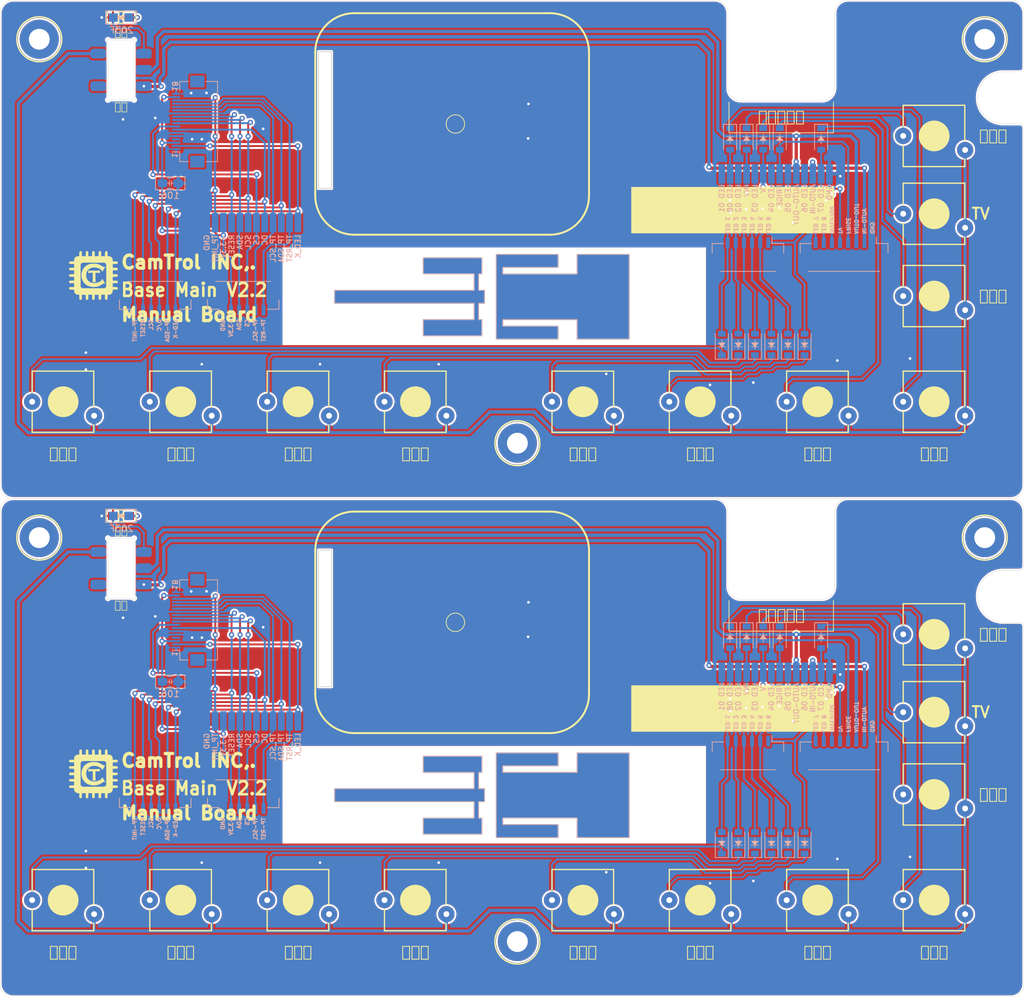
<source format=kicad_pcb>
(kicad_pcb (version 20240108) (generator "pcbnew") (generator_version "8.0")
  (layers (0 "F.Cu" signal) (31 "B.Cu" signal) (34 "B.Paste" user) (35 "F.Paste" user) (36 "B.SilkS" user "B.Silkscreen") (37 "F.SilkS" user "F.Silkscreen") (38 "B.Mask" user) (39 "F.Mask" user) (44 "Edge.Cuts" user))
  (net 0 "")
  (net 1 "GNDPWR")
  (net 2 "Net-(D1-A)")
  (net 3 "/LED_OUT_01")
  (net 4 "Net-(D2-K)")
  (net 5 "/LED_OUT_02")
  (net 6 "Net-(D3-K)")
  (net 7 "/LED_OUT_03")
  (net 8 "Net-(D4-K)")
  (net 9 "/LED_OUT_04")
  (net 10 "Net-(D5-K)")
  (net 11 "Net-(D12-K)")
  (net 12 "Net-(D13-K)")
  (net 13 "Net-(D14-K)")
  (net 14 "Net-(D15-K)")
  (net 15 "/LED_OUT_05")
  (net 16 "/LED_OUT_06")
  (net 17 "/LED_OUT_07")
  (net 18 "/LED_OUT_08")
  (net 19 "ST-7789V-LED_K")
  (net 20 "ST-7789V-D{slash}C")
  (net 21 "ST-7789V-CS")
  (net 22 "ST-7789V-SCL")
  (net 23 "ST-7789V-SDA")
  (net 24 "ST-7789V-RESET")
  (net 25 "ST-7789V-TP_SCL")
  (net 26 "ST-7789V-TP_SDA")
  (net 27 "ST-7789V-TP_TRST")
  (net 28 "ST-7789V-TP_TINT")
  (net 29 "+3.3V")
  (net 30 "Net-(SW6A-C)")
  (net 31 "+1.8V")
  (net 32 "Net-(SW10A-B)")
  (net 33 "/TV")
  (net 34 "Net-(D6-K)")
  (net 35 "/FRIGE")
  (net 36 "Net-(D7-K)")
  (net 37 "/INV")
  (net 38 "Net-(D16-K)")
  (net 39 "Net-(J1-Pin_10)")
  (net 40 "Net-(J1-Pin_12)")
  (footprint "Server.pretty:MountingHole_3.2mm_M3-pcb" (layer "F.Cu") (at 33.65 105.2)
    (property "Reference" "H1" (hide yes))
    (property "Value" "MH" (hide yes))
  )
  (footprint "Server.pretty:ST7789V" (layer "F.Cu") (at 97.49 41.7 -90)
    (property "Reference" "U1" (hide yes))
    (property "Value" "1.3 OLED" (hide yes))
    (fp_rect (start -11.1 19) (end 9.9 21) (stroke (width 0.12)) (fill none) (layer "Edge.Cuts"))
  )
  (footprint "Server.pretty:8.5x8.5_Push_Lock" (layer "F.Cu") (at 135.06 84.34)
    (property "Reference" "SW9" (hide yes))
    (property "Value" "L068-A" (hide yes))
  )
  (footprint "Server.pretty:8.5x8.5_Push_Lock" (layer "F.Cu") (at 37.31 160.84)
    (property "Reference" "SW2" (hide yes))
    (property "Value" "L068-A" (hide yes))
  )
  (footprint "Server.pretty:LED_0805" (layer "F.Cu") (at 46.195 101.86)
    (property "Reference" "D1" (hide yes))
    (property "Value" "MANUAL" (hide yes))
  )
  (footprint "Server.pretty:8.5x8.5_Push_Lock" (layer "F.Cu") (at 37.31 84.34)
    (property "Reference" "SW2" (hide yes))
    (property "Value" "L068-A" (hide yes))
  )
  (footprint "Server.pretty:8.5x8.5_Push_Lock" (layer "F.Cu") (at 170.94 43.54)
    (property "Reference" "SW12" (hide yes))
    (property "Value" "L068-A" (hide yes))
  )
  (footprint "Server.pretty:LED_0805" (layer "F.Cu") (at 46.195 25.36)
    (property "Reference" "D1" (hide yes))
    (property "Value" "MANUAL" (hide yes))
  )
  (footprint "Server.pretty:8.5x8.5_Push_Lock" (layer "F.Cu") (at 170.94 131.99)
    (property "Reference" "SW1" (hide yes))
    (property "Value" "L068-A" (hide yes))
  )
  (footprint "Server.pretty:MountingHole_3.2mm_M3-pcb" (layer "F.Cu") (at 178.7 28.7)
    (property "Reference" "H4" (hide yes))
    (property "Value" "MH" (hide yes))
  )
  (footprint "Server.pretty:8.5x8.5_Push_Lock" (layer "F.Cu") (at 170.94 55.49)
    (property "Reference" "SW1" (hide yes))
    (property "Value" "L068-A" (hide yes))
  )
  (footprint "Server.pretty:8.5x8.5_Push_Lock" (layer "F.Cu") (at 170.94 144.62)
    (property "Reference" "SW7" (hide yes))
    (property "Value" "L068-A" (hide yes))
  )
  (footprint "Server.pretty:8.5x8.5_Push_Lock" (layer "F.Cu") (at 153.06 160.84)
    (property "Reference" "SW10" (hide yes))
    (property "Value" "L068-A" (hide yes))
  )
  (footprint "Server.pretty:8.5x8.5_Push_Lock" (layer "F.Cu") (at 117.06 160.84)
    (property "Reference" "SW8" (hide yes))
    (property "Value" "L068-A" (hide yes))
  )
  (footprint "Server.pretty:8.5x8.5_Push_Lock" (layer "F.Cu") (at 117.06 84.34)
    (property "Reference" "SW8" (hide yes))
    (property "Value" "L068-A" (hide yes))
  )
  (footprint "Server.pretty:MountingHole_3.2mm_M3-pcb" (layer "F.Cu") (at 178.7 105.2)
    (property "Reference" "H4" (hide yes))
    (property "Value" "MH" (hide yes))
  )
  (footprint "Server.pretty:MountingHole_3.2mm_M3-pcb" (layer "F.Cu") (at 107 167.2)
    (property "Reference" "H2" (hide yes))
    (property "Value" "MH" (hide yes))
  )
  (footprint "Server.pretty:8.5x8.5_Push_Lock" (layer "F.Cu") (at 73.36 160.84)
    (property "Reference" "SW4" (hide yes))
    (property "Value" "L068-A" (hide yes))
  )
  (footprint "Server.pretty:YSS-1201" (layer "F.Cu") (at 46.195 109.9)
    (property "Reference" "SW6" (hide yes))
    (property "Value" "SW_DPDT_x2" (hide yes))
    (fp_line (start -2 -4.38) (end -2 4.380001) (stroke (width 0.05)) (layer "Edge.Cuts"))
    (fp_line (start -1.78 -4.6) (end 1.78 -4.600001) (stroke (width 0.05)) (layer "Edge.Cuts"))
    (fp_line (start -1.78 4.600001) (end 1.780001 4.6) (stroke (width 0.05)) (layer "Edge.Cuts"))
    (fp_line (start 2 -4.380001) (end 2.000001 4.38) (stroke (width 0.05)) (layer "Edge.Cuts"))
    (fp_arc (start -2 -4.38) (mid -2.155563 -4.755563) (end -1.78 -4.6) (stroke (width 0.05)) (layer "Edge.Cuts"))
    (fp_arc (start -1.78 4.600001) (mid -2.155563 4.755564) (end -2 4.380001) (stroke (width 0.05)) (layer "Edge.Cuts"))
    (fp_arc (start 1.78 -4.600001) (mid 2.155564 -4.755563) (end 2 -4.380001) (stroke (width 0.05)) (layer "Edge.Cuts"))
    (fp_arc (start 2.000001 4.38) (mid 2.155563 4.755564) (end 1.780001 4.6) (stroke (width 0.05)) (layer "Edge.Cuts"))
  )
  (footprint "Server.pretty:MountingHole_3.2mm_M3-pcb" (layer "F.Cu") (at 107 90.7)
    (property "Reference" "H2" (hide yes))
    (property "Value" "MH" (hide yes))
  )
  (footprint "Server.pretty:8.5x8.5_Push_Lock" (layer "F.Cu") (at 73.36 84.34)
    (property "Reference" "SW4" (hide yes))
    (property "Value" "L068-A" (hide yes))
  )
  (footprint "Server.pretty:8.5x8.5_Push_Lock" (layer "F.Cu") (at 55.36 84.34)
    (property "Reference" "SW3" (hide yes))
    (property "Value" "L068-A" (hide yes))
  )
  (footprint "Server.pretty:8.5x8.5_Push_Lock" (layer "F.Cu") (at 170.94 68.12)
    (property "Reference" "SW7" (hide yes))
    (property "Value" "L068-A" (hide yes))
  )
  (footprint "Server.pretty:8.5x8.5_Push_Lock" (layer "F.Cu") (at 170.94 84.34)
    (property "Reference" "SW11" (hide yes))
    (property "Value" "L068-A" (hide yes))
  )
  (footprint "Server.pretty:MountingHole_3.2mm_M3-pcb" (layer "F.Cu") (at 33.65 28.7)
    (property "Reference" "H1" (hide yes))
    (property "Value" "MH" (hide yes))
  )
  (footprint "Server.pretty:YSS-1201" (layer "F.Cu") (at 46.195 33.4)
    (property "Reference" "SW6" (hide yes))
    (property "Value" "SW_DPDT_x2" (hide yes))
    (fp_line (start -2 -4.38) (end -2 4.380001) (stroke (width 0.05)) (layer "Edge.Cuts"))
    (fp_line (start -1.78 -4.6) (end 1.78 -4.600001) (stroke (width 0.05)) (layer "Edge.Cuts"))
    (fp_line (start -1.78 4.600001) (end 1.780001 4.6) (stroke (width 0.05)) (layer "Edge.Cuts"))
    (fp_line (start 2 -4.380001) (end 2.000001 4.38) (stroke (width 0.05)) (layer "Edge.Cuts"))
    (fp_arc (start -2 -4.38) (mid -2.155563 -4.755563) (end -1.78 -4.6) (stroke (width 0.05)) (layer "Edge.Cuts"))
    (fp_arc (start -1.78 4.600001) (mid -2.155563 4.755564) (end -2 4.380001) (stroke (width 0.05)) (layer "Edge.Cuts"))
    (fp_arc (start 1.78 -4.600001) (mid 2.155564 -4.755563) (end 2 -4.380001) (stroke (width 0.05)) (layer "Edge.Cuts"))
    (fp_arc (start 2.000001 4.38) (mid 2.155563 4.755564) (end 1.780001 4.6) (stroke (width 0.05)) (layer "Edge.Cuts"))
  )
  (footprint "Server.pretty:logo" (layer "F.Cu") (at 41.975988 64.930527)
    (property "Reference" "G***" (hide yes))
    (property "Value" "LOGO" (hide yes))
  )
  (footprint "Server.pretty:8.5x8.5_Push_Lock" (layer "F.Cu") (at 135.06 160.84)
    (property "Reference" "SW9" (hide yes))
    (property "Value" "L068-A" (hide yes))
  )
  (footprint "Server.pretty:logo" (layer "F.Cu") (at 41.975988 141.430527)
    (property "Reference" "G***" (hide yes))
    (property "Value" "LOGO" (hide yes))
  )
  (footprint "Server.pretty:8.5x8.5_Push_Lock" (layer "F.Cu") (at 91.36 160.84)
    (property "Reference" "SW5" (hide yes))
    (property "Value" "L068-A" (hide yes))
  )
  (footprint "Server.pretty:8.5x8.5_Push_Lock" (layer "F.Cu") (at 153.06 84.34)
    (property "Reference" "SW10" (hide yes))
    (property "Value" "L068-A" (hide yes))
  )
  (footprint "Server.pretty:8.5x8.5_Push_Lock" (layer "F.Cu") (at 55.36 160.84)
    (property "Reference" "SW3" (hide yes))
    (property "Value" "L068-A" (hide yes))
  )
  (footprint "Server.pretty:8.5x8.5_Push_Lock" (layer "F.Cu") (at 91.36 84.34)
    (property "Reference" "SW5" (hide yes))
    (property "Value" "L068-A" (hide yes))
  )
  (footprint "Server.pretty:ST7789V" (layer "F.Cu") (at 97.49 118.2 -90)
    (property "Reference" "U1" (hide yes))
    (property "Value" "1.3 OLED" (hide yes))
    (fp_rect (start -11.1 19) (end 9.9 21) (stroke (width 0.12)) (fill none) (layer "Edge.Cuts"))
  )
  (footprint "Server.pretty:8.5x8.5_Push_Lock" (layer "F.Cu") (at 170.94 160.84)
    (property "Reference" "SW11" (hide yes))
    (property "Value" "L068-A" (hide yes))
  )
  (footprint "Server.pretty:8.5x8.5_Push_Lock" (layer "F.Cu") (at 170.94 120.04)
    (property "Reference" "SW12" (hide yes))
    (property "Value" "L068-A" (hide yes))
  )
  (footprint "Server.pretty:SMD_CONN_1x14_P1.270mm" (layer "B.Cu") (at 138.36 125.85)
    (property "Reference" "J1" (hide yes))
    (property "Value" "Conn_01x12_Male" (hide yes))
  )
  (footprint "Server.pretty:D_SOD-123" (layer "B.Cu") (at 151.06 75.55 90)
    (property "Reference" "D13" (hide yes))
    (property "Value" "type=\"D\" model=\"1N4148W\" lib=\"\"" (hide yes))
  )
  (footprint "Server.pretty:D_SOD-123" (layer "B.Cu") (at 148.52 75.55 90)
    (property "Reference" "D12" (hide yes))
    (property "Value" "type=\"D\" model=\"1N4148W\" lib=\"\"" (hide yes))
  )
  (footprint "Server.pretty:D_SOD-123" (layer "B.Cu") (at 139.63 44 -90)
    (property "Reference" "D15" (hide yes))
    (property "Value" "type=\"D\" model=\"1N4148W\" lib=\"\"" (hide yes))
  )
  (footprint "Server.pretty:D_SOD-123" (layer "B.Cu") (at 140.9 75.55 90)
    (property "Reference" "D3" (hide yes))
    (property "Value" "type=\"D\" model=\"1N4148W\" lib=\"\"" (hide yes))
  )
  (footprint "Server.pretty:D_SOD-123" (layer "B.Cu") (at 153.6 44 -90)
    (property "Reference" "D14" (hide yes))
    (property "Value" "type=\"D\" model=\"1N4148W\" lib=\"\"" (hide yes))
  )
  (footprint "Server.pretty:R_0805_HandSoldering" (layer "B.Cu") (at 46.195 101.86)
    (property "Reference" "R3" (hide yes))
    (property "Value" "203F")
  )
  (footprint "Server.pretty:D_SOD-123" (layer "B.Cu") (at 143.44 152.05 90)
    (property "Reference" "D4" (hide yes))
    (property "Value" "type=\"D\" model=\"1N4148W\" lib=\"\"" (hide yes))
  )
  (footprint "Server.pretty:D_SOD-123" (layer "B.Cu") (at 148.52 152.05 90)
    (property "Reference" "D12" (hide yes))
    (property "Value" "type=\"D\" model=\"1N4148W\" lib=\"\"" (hide yes))
  )
  (footprint "Server.pretty:R_0805_HandSoldering" (layer "B.Cu") (at 46.195 25.36)
    (property "Reference" "R3" (hide yes))
    (property "Value" "203F")
  )
  (footprint "Connector_JST:JST_GH_SM06B-GHS-TB_1x06-1MP_P1.25mm_Horizontal" (layer "B.Cu") (at 142.375 61.77 180)
    (property "Reference" "J8" (hide yes))
    (property "Value" "Conn_01x06_Pin" (hide yes))
  )
  (footprint "Connector_JST:JST_GH_SM08B-GHS-TB_1x08-1MP_P1.25mm_Horizontal" (layer "B.Cu") (at 157.125 138.27 180)
    (property "Reference" "J9" (hide yes))
    (property "Value" "Conn_01x08_Pin" (hide yes))
  )
  (footprint "Server.pretty:C_0805_HandSoldering" (layer "B.Cu") (at 53.75 50.8 180)
    (property "Reference" "C1" (hide yes))
    (property "Value" "106")
  )
  (footprint "Connector_JST:JST_GH_SM06B-GHS-TB_1x06-1MP_P1.25mm_Horizontal" (layer "B.Cu") (at 142.375 138.27 180)
    (property "Reference" "J8" (hide yes))
    (property "Value" "Conn_01x06_Pin" (hide yes))
  )
  (footprint "Server.pretty:D_SOD-123" (layer "B.Cu") (at 140.9 152.05 90)
    (property "Reference" "D3" (hide yes))
    (property "Value" "type=\"D\" model=\"1N4148W\" lib=\"\"" (hide yes))
  )
  (footprint "Server.pretty:D_SOD-123" (layer "B.Cu") (at 142.17 120.5 -90)
    (property "Reference" "D16" (hide yes))
    (property "Value" "type=\"D\" model=\"1N4148W\" lib=\"\"" (hide yes))
  )
  (footprint "Server.pretty:SMD_CONN_1x12_P1.270mm" (layer "B.Cu") (at 73.32 56.84 180)
    (property "Reference" "J3" (hide yes))
    (property "Value" "Conn_01x12_Male" (hide yes))
  )
  (footprint "Server.pretty:D_SOD-123" (layer "B.Cu") (at 144.71 120.5 -90)
    (property "Reference" "D6" (hide yes))
    (property "Value" "type=\"D\" model=\"1N4148W\" lib=\"\"" (hide yes))
  )
  (footprint "Server:IPX-ANTENA" (layer "B.Cu") (at 102.26 144.73)
    (property "Reference" "A1" (hide yes))
    (property "Value" "IPX-ANTENA" (hide yes))
  )
  (footprint "Connector_JST:JST_GH_SM06B-GHS-TB_1x06-1MP_P1.25mm_Horizontal" (layer "B.Cu") (at 64.935 144.93)
    (property "Reference" "J7" (hide yes))
    (property "Value" "Conn_01x06_Pin" (hide yes))
  )
  (footprint "Connector_JST:JST_GH_SM06B-GHS-TB_1x06-1MP_P1.25mm_Horizontal" (layer "B.Cu") (at 51.435 68.43)
    (property "Reference" "J6" (hide yes))
    (property "Value" "Conn_01x06_Pin" (hide yes))
  )
  (footprint "Server.pretty:Hirose_FH12-18S-0.5SH_1x18-1MP_P0.50mm_Horizontal_ST7789V3-TC" (layer "B.Cu") (at 56.5 41.33 -90)
    (property "Reference" "J2" (hide yes))
    (property "Value" "Conn_01x12_Male" (hide yes))
  )
  (footprint "Server.pretty:D_SOD-123" (layer "B.Cu") (at 153.6 120.5 -90)
    (property "Reference" "D14" (hide yes))
    (property "Value" "type=\"D\" model=\"1N4148W\" lib=\"\"" (hide yes))
  )
  (footprint "Server.pretty:D_SOD-123" (layer "B.Cu") (at 139.63 120.5 -90)
    (property "Reference" "D15" (hide yes))
    (property "Value" "type=\"D\" model=\"1N4148W\" lib=\"\"" (hide yes))
  )
  (footprint "Server.pretty:C_0805_HandSoldering" (layer "B.Cu") (at 53.75 127.3 180)
    (property "Reference" "C1" (hide yes))
    (property "Value" "106")
  )
  (footprint "Connector_JST:JST_GH_SM06B-GHS-TB_1x06-1MP_P1.25mm_Horizontal" (layer "B.Cu") (at 51.435 144.93)
    (property "Reference" "J6" (hide yes))
    (property "Value" "Conn_01x06_Pin" (hide yes))
  )
  (footprint "Server.pretty:D_SOD-123" (layer "B.Cu") (at 138.36 152.05 90)
    (property "Reference" "D2" (hide yes))
    (property "Value" "type=\"D\" model=\"1N4148W\" lib=\"\"" (hide yes))
  )
  (footprint "Server.pretty:D_SOD-123" (layer "B.Cu") (at 144.71 44 -90)
    (property "Reference" "D6" (hide yes))
    (property "Value" "type=\"D\" model=\"1N4148W\" lib=\"\"" (hide yes))
  )
  (footprint "Server.pretty:D_SOD-123" (layer "B.Cu") (at 145.98 152.05 90)
    (property "Reference" "D5" (hide yes))
    (property "Value" "type=\"D\" model=\"1N4148W\" lib=\"\"" (hide yes))
  )
  (footprint "Server.pretty:D_SOD-123" (layer "B.Cu") (at 142.17 44 -90)
    (property "Reference" "D16" (hide yes))
    (property "Value" "type=\"D\" model=\"1N4148W\" lib=\"\"" (hide yes))
  )
  (footprint "Server.pretty:SMD_CONN_1x12_P1.270mm" (layer "B.Cu") (at 73.32 133.34 180)
    (property "Reference" "J3" (hide yes))
    (property "Value" "Conn_01x12_Male" (hide yes))
  )
  (footprint "Server.pretty:D_SOD-123" (layer "B.Cu") (at 147.25 44 -90)
    (property "Reference" "D7" (hide yes))
    (property "Value" "type=\"D\" model=\"1N4148W\" lib=\"\"" (hide yes))
  )
  (footprint "Server.pretty:D_SOD-123" (layer "B.Cu") (at 151.06 152.05 90)
    (property "Reference" "D13" (hide yes))
    (property "Value" "type=\"D\" model=\"1N4148W\" lib=\"\"" (hide yes))
  )
  (footprint "Connector_JST:JST_GH_SM08B-GHS-TB_1x08-1MP_P1.25mm_Horizontal" (layer "B.Cu") (at 157.125 61.77 180)
    (property "Reference" "J9" (hide yes))
    (property "Value" "Conn_01x08_Pin" (hide yes))
  )
  (footprint "Server.pretty:D_SOD-123" (layer "B.Cu") (at 145.98 75.55 90)
    (property "Reference" "D5" (hide yes))
    (property "Value" "type=\"D\" model=\"1N4148W\" lib=\"\"" (hide yes))
  )
  (footprint "Server.pretty:SMD_CONN_1x14_P1.270mm" (layer "B.Cu") (at 138.36 49.35)
    (property "Reference" "J1" (hide yes))
    (property "Value" "Conn_01x12_Male" (hide yes))
  )
  (footprint "Server:IPX-ANTENA" (layer "B.Cu") (at 102.26 68.23)
    (property "Reference" "A1" (hide yes))
    (property "Value" "IPX-ANTENA" (hide yes))
  )
  (footprint "Server.pretty:D_SOD-123" (layer "B.Cu") (at 147.25 120.5 -90)
    (property "Reference" "D7" (hide yes))
    (property "Value" "type=\"D\" model=\"1N4148W\" lib=\"\"" (hide yes))
  )
  (footprint "Server.pretty:D_SOD-123" (layer "B.Cu") (at 138.36 75.55 90)
    (property "Reference" "D2" (hide yes))
    (property "Value" "type=\"D\" model=\"1N4148W\" lib=\"\"" (hide yes))
  )
  (footprint "Server.pretty:Hirose_FH12-18S-0.5SH_1x18-1MP_P0.50mm_Horizontal_ST7789V3-TC" (layer "B.Cu") (at 56.5 117.83 -90)
    (property "Reference" "J2" (hide yes))
    (property "Value" "Conn_01x12_Male" (hide yes))
  )
  (footprint "Server.pretty:D_SOD-123" (layer "B.Cu") (at 143.44 75.55 90)
    (property "Reference" "D4" (hide yes))
    (property "Value" "type=\"D\" model=\"1N4148W\" lib=\"\"" (hide yes))
  )
  (footprint "Connector_JST:JST_GH_SM06B-GHS-TB_1x06-1MP_P1.25mm_Horizontal" (layer "B.Cu") (at 64.935 68.43)
    (property "Reference" "J7" (hide yes))
    (property "Value" "Conn_01x06_Pin" (hide yes))
  )
  (gr_line (start 155.49 43.05) (end 139.47 43.05) (stroke (width 0.12)) (layer "F.SilkS"))
  (gr_rect (start 124.53 127.93) (end 155.53 134.93) (stroke (width 0.12)) (fill solid) (layer "F.SilkS"))
  (gr_line (start 139.47 38.35) (end 139.47 43) (stroke (width 0.12)) (layer "F.SilkS"))
  (gr_line (start 155.49 119.55) (end 139.47 119.55) (stroke (width 0.12)) (layer "F.SilkS"))
  (gr_line (start 155.49 114.84) (end 155.49 119.55) (stroke (width 0.12)) (layer "F.SilkS"))
  (gr_line (start 139.47 114.85) (end 139.47 119.5) (stroke (width 0.12)) (layer "F.SilkS"))
  (gr_rect (start 124.53 51.43) (end 155.53 58.43) (stroke (width 0.12)) (fill solid) (layer "F.SilkS"))
  (gr_line (start 155.49 38.34) (end 155.49 43.05) (stroke (width 0.12)) (layer "F.SilkS"))
  (gr_arc (start 155.71 24.7) (mid 156.295786 23.285786) (end 157.71 22.7) (stroke (width 0.05)) (layer "Edge.Cuts"))
  (gr_line (start 155.71 24.7) (end 155.71 36.19) (stroke (width 0.05)) (layer "Edge.Cuts"))
  (gr_line (start 153.71 114.69) (end 141.28 114.69) (stroke (width 0.05)) (layer "Edge.Cuts"))
  (gr_line (start 181.565 33.689997) (end 184.1 33.689997) (stroke (width 0.05)) (layer "Edge.Cuts"))
  (gr_line (start 184.7 33.09) (end 184.7 24.7) (stroke (width 0.05)) (layer "Edge.Cuts"))
  (gr_line (start 29.65 175.7) (end 182.7 175.7) (stroke (width 0.05)) (layer "Edge.Cuts"))
  (gr_arc (start 29.65 99.2) (mid 28.235786 98.614214) (end 27.65 97.2) (stroke (width 0.05)) (layer "Edge.Cuts"))
  (gr_line (start 182.7 99.2) (end 157.71 99.2) (stroke (width 0.05)) (layer "Edge.Cuts"))
  (gr_line (start 184.7 42.29) (end 184.7 97.2) (stroke (width 0.05)) (layer "Edge.Cuts"))
  (gr_arc (start 184.7 97.2) (mid 184.114214 98.614214) (end 182.7 99.2) (stroke (width 0.05)) (layer "Edge.Cuts"))
  (gr_arc (start 182.7 22.7) (mid 184.114214 23.285786) (end 184.7 24.7) (stroke (width 0.05)) (layer "Edge.Cuts"))
  (gr_line (start 27.65 101.2) (end 27.65 173.7) (stroke (width 0.05)) (layer "Edge.Cuts"))
  (gr_line (start 181.565 41.690003) (end 184.1 41.690003) (stroke (width 0.05)) (layer "Edge.Cuts"))
  (gr_line (start 153.71 38.19) (end 141.28 38.19) (stroke (width 0.05)) (layer "Edge.Cuts"))
  (gr_line (start 184.7 118.79) (end 184.7 173.7) (stroke (width 0.05)) (layer "Edge.Cuts"))
  (gr_arc (start 27.65 24.7) (mid 28.235786 23.285786) (end 29.65 22.7) (stroke (width 0.05)) (layer "Edge.Cuts"))
  (gr_line (start 184.7 109.59) (end 184.7 101.2) (stroke (width 0.05)) (layer "Edge.Cuts"))
  (gr_line (start 29.65 99.2) (end 137.28 99.2) (stroke (width 0.05)) (layer "Edge.Cuts"))
  (gr_arc (start 184.7 109.59) (mid 184.524264 110.014264) (end 184.1 110.19) (stroke (width 0.05)) (layer "Edge.Cuts"))
  (gr_arc (start 184.7 173.7) (mid 184.114214 175.114214) (end 182.7 175.7) (stroke (width 0.05)) (layer "Edge.Cuts"))
  (gr_line (start 182.7 175.7) (end 157.71 175.7) (stroke (width 0.05)) (layer "Edge.Cuts"))
  (gr_line (start 139.28 112.69) (end 139.28 101.2) (stroke (width 0.05)) (layer "Edge.Cuts"))
  (gr_arc (start 141.28 114.69) (mid 139.865786 114.104214) (end 139.28 112.69) (stroke (width 0.05)) (layer "Edge.Cuts"))
  (gr_arc (start 181.565 41.690003) (mid 177.564997 37.69) (end 181.565 33.689997) (stroke (width 0.05)) (layer "Edge.Cuts"))
  (gr_arc (start 141.28 38.19) (mid 139.865786 37.604214) (end 139.28 36.19) (stroke (width 0.05)) (layer "Edge.Cuts"))
  (gr_arc (start 184.7 33.09) (mid 184.524264 33.514264) (end 184.1 33.69) (stroke (width 0.05)) (layer "Edge.Cuts"))
  (gr_line (start 139.28 36.19) (end 139.28 24.7) (stroke (width 0.05)) (layer "Edge.Cuts"))
  (gr_arc (start 182.7 99.2) (mid 184.114214 99.785786) (end 184.7 101.2) (stroke (width 0.05)) (layer "Edge.Cuts"))
  (gr_arc (start 155.71 36.19) (mid 155.124214 37.604214) (end 153.71 38.19) (stroke (width 0.05)) (layer "Edge.Cuts"))
  (gr_arc (start 155.71 101.2) (mid 156.295786 99.785786) (end 157.71 99.2) (stroke (width 0.05)) (layer "Edge.Cuts"))
  (gr_arc (start 184.1 41.69) (mid 184.524264 41.865736) (end 184.7 42.29) (stroke (width 0.05)) (layer "Edge.Cuts"))
  (gr_arc (start 27.65 101.2) (mid 28.235786 99.785786) (end 29.65 99.2) (stroke (width 0.05)) (layer "Edge.Cuts"))
  (gr_line (start 27.65 24.7) (end 27.65 97.2) (stroke (width 0.05)) (layer "Edge.Cuts"))
  (gr_line (start 182.7 22.7) (end 157.71 22.7) (stroke (width 0.05)) (layer "Edge.Cuts"))
  (gr_arc (start 181.565 118.190003) (mid 177.564997 114.19) (end 181.565 110.189997) (stroke (width 0.05)) (layer "Edge.Cuts"))
  (gr_line (start 181.565 118.190003) (end 184.1 118.190003) (stroke (width 0.05)) (layer "Edge.Cuts"))
  (gr_line (start 29.65 99.2) (end 182.7 99.2) (stroke (width 0.05)) (layer "Edge.Cuts"))
  (gr_line (start 182.7 99.2) (end 157.71 99.2) (stroke (width 0.05)) (layer "Edge.Cuts"))
  (gr_arc (start 137.28 22.7) (mid 138.694214 23.285786) (end 139.28 24.7) (stroke (width 0.05)) (layer "Edge.Cuts"))
  (gr_line (start 29.65 22.7) (end 137.28 22.7) (stroke (width 0.05)) (layer "Edge.Cuts"))
  (gr_line (start 155.71 101.2) (end 155.71 112.69) (stroke (width 0.05)) (layer "Edge.Cuts"))
  (gr_arc (start 29.65 175.7) (mid 28.235786 175.114214) (end 27.65 173.7) (stroke (width 0.05)) (layer "Edge.Cuts"))
  (gr_line (start 181.565 110.189997) (end 184.1 110.189997) (stroke (width 0.05)) (layer "Edge.Cuts"))
  (gr_arc (start 137.28 99.2) (mid 138.694214 99.785786) (end 139.28 101.2) (stroke (width 0.05)) (layer "Edge.Cuts"))
  (gr_arc (start 184.1 118.19) (mid 184.524264 118.365736) (end 184.7 118.79) (stroke (width 0.05)) (layer "Edge.Cuts"))
  (gr_arc (start 155.71 112.69) (mid 155.124214 114.104214) (end 153.71 114.69) (stroke (width 0.05)) (layer "Edge.Cuts"))
  (gr_text "디스플레이" (at 147.5 40.65 0) (layer "F.SilkS") (effects (font (size 1.7 1.7) (thickness 0.25))))
  (gr_text "Base Main V2.2" (at 45.975988 67.180527 0) (layer "F.SilkS") (effects (font (size 2 1.9) (thickness 0.4)) (justify left)))
  (gr_text "CamTrol INC,." (at 45.975988 139.430527 0) (layer "F.SilkS") (effects (font (size 2 2) (thickness 0.5)) (justify left)))
  (gr_text "Manual Board" (at 45.975988 70.980527 0) (layer "F.SilkS") (effects (font (size 2 2) (thickness 0.5)) (justify left)))
  (gr_text "Base Main V2.2" (at 45.975988 143.680527 0) (layer "F.SilkS") (effects (font (size 2 1.9) (thickness 0.4)) (justify left)))
  (gr_text "CamTrol INC,." (at 45.975988 62.930527 0) (layer "F.SilkS") (effects (font (size 2 2) (thickness 0.5)) (justify left)))
  (gr_text "Manual Board" (at 45.975988 147.480527 0) (layer "F.SilkS") (effects (font (size 2 2) (thickness 0.5)) (justify left)))
  (gr_text "디스플레이" (at 147.5 117.15 0) (layer "F.SilkS") (effects (font (size 1.7 1.7) (thickness 0.25))))
  (via (at 59.31 113.44) (size 0.8) (drill 0.4) (layers "F.Cu" "B.Cu") (net 1))
  (via (at 51.45 117.29) (size 0.8) (drill 0.4) (layers "F.Cu" "B.Cu") (net 1))
  (via (at 68 118.95) (size 0.8) (drill 0.4) (layers "F.Cu" "B.Cu") (net 1))
  (via (at 144.59 131.18) (size 0.8) (drill 0.4) (layers "F.Cu" "B.Cu") (net 1))
  (via (at 59.31 36.94) (size 0.8) (drill 0.4) (layers "F.Cu" "B.Cu") (net 1))
  (via (at 167.24 154.2) (size 0.8) (drill 0.4) (layers "F.Cu" "B.Cu") (net 1))
  (via (at 58.6 120.55) (size 0.8) (drill 0.4) (layers "F.Cu" "B.Cu") (net 1))
  (via (at 156.54 49.71) (size 0.8) (drill 0.4) (layers "F.Cu" "B.Cu") (net 1))
  (via (at 108.7 38.625) (size 0.8) (drill 0.4) (layers "F.Cu" "B.Cu") (net 1))
  (via (at 149.24 133.35) (size 0.8) (drill 0.4) (layers "F.Cu" "B.Cu") (net 1))
  (via (at 94.93 78.58) (size 0.8) (drill 0.4) (layers "F.Cu" "B.Cu") (net 1))
  (via (at 120.63 156.56) (size 0.8) (drill 0.4) (layers "F.Cu" "B.Cu") (net 1))
  (via (at 149.24 56.85) (size 0.8) (drill 0.4) (layers "F.Cu" "B.Cu") (net 1))
  (via (at 68 42.45) (size 0.8) (drill 0.4) (layers "F.Cu" "B.Cu") (net 1))
  (via (at 143.2 157.9) (size 0.8) (drill 0.4) (layers "F.Cu" "B.Cu") (net 1))
  (via (at 156.54 126.21) (size 0.8) (drill 0.4) (layers "F.Cu" "B.Cu") (net 1))
  (via (at 142.11 54.82) (size 0.8) (drill 0.4) (layers "F.Cu" "B.Cu") (net 1))
  (via (at 147.18 131.05) (size 0.8) (drill 0.4) (layers "F.Cu" "B.Cu") (net 1))
  (via (at 40.8 155.9) (size 0.8) (drill 0.4) (layers "F.Cu" "B.Cu") (net 1))
  (via (at 142.11 131.32) (size 0.8) (drill 0.4) (layers "F.Cu" "B.Cu") (net 1))
  (via (at 139.69 55.3) (size 0.8) (drill 0.4) (layers "F.Cu" "B.Cu") (net 1))
  (via (at 76.72 155.08) (size 0.8) (drill 0.4) (layers "F.Cu" "B.Cu") (net 1))
  (via (at 56.96 113.45) (size 0.8) (drill 0.4) (layers "F.Cu" "B.Cu") (net 1))
  (via (at 76.72 78.58) (size 0.8) (drill 0.4) (layers "F.Cu" "B.Cu") (net 1))
  (via (at 43.24 101.86) (size 0.8) (drill 0.4) (layers "F.Cu" "B.Cu") (net 1))
  (via (at 40.8 153.3) (size 0.8) (drill 0.4) (layers "F.Cu" "B.Cu") (net 1))
  (via (at 58.6 44.05) (size 0.8) (drill 0.4) (layers "F.Cu" "B.Cu") (net 1))
  (via (at 143.2 81.4) (size 0.8) (drill 0.4) (layers "F.Cu" "B.Cu") (net 1))
  (via (at 108.7 115.125) (size 0.8) (drill 0.4) (layers "F.Cu" "B.Cu") (net 1))
  (via (at 46.5 41) (size 0.8) (drill 0.4) (layers "F.Cu" "B.Cu") (net 1))
  (via (at 40.8 79.4) (size 0.8) (drill 0.4) (layers "F.Cu" "B.Cu") (net 1))
  (via (at 46.5 117.5) (size 0.8) (drill 0.4) (layers "F.Cu" "B.Cu") (net 1))
  (via (at 57.1 44.05) (size 0.8) (drill 0.4) (layers "F.Cu" "B.Cu") (net 1))
  (via (at 58.58 78.58) (size 0.8) (drill 0.4) (layers "F.Cu" "B.Cu") (net 1))
  (via (at 56.96 36.95) (size 0.8) (drill 0.4) (layers "F.Cu" "B.Cu") (net 1))
  (via (at 167.24 77.7) (size 0.8) (drill 0.4) (layers "F.Cu" "B.Cu") (net 1))
  (via (at 136.55 81.75) (size 0.8) (drill 0.4) (layers "F.Cu" "B.Cu") (net 1))
  (via (at 40.8 76.8) (size 0.8) (drill 0.4) (layers "F.Cu" "B.Cu") (net 1))
  (via (at 57.1 120.55) (size 0.8) (drill 0.4) (layers "F.Cu" "B.Cu") (net 1))
  (via (at 58.58 155.08) (size 0.8) (drill 0.4) (layers "F.Cu" "B.Cu") (net 1))
  (via (at 144.59 54.68) (size 0.8) (drill 0.4) (layers "F.Cu" "B.Cu") (net 1))
  (via (at 51.45 40.79) (size 0.8) (drill 0.4) (layers "F.Cu" "B.Cu") (net 1))
  (via (at 108.65 43.925) (size 0.8) (drill 0.4) (layers "F.Cu" "B.Cu") (net 1))
  (via (at 43.24 25.36) (size 0.8) (drill 0.4) (layers "F.Cu" "B.Cu") (net 1))
  (via (at 139.69 131.8) (size 0.8) (drill 0.4) (layers "F.Cu" "B.Cu") (net 1))
  (via (at 156.09 78.01) (size 0.8) (drill 0.4) (layers "F.Cu" "B.Cu") (net 1))
  (via (at 108.65 120.425) (size 0.8) (drill 0.4) (layers "F.Cu" "B.Cu") (net 1))
  (via (at 156.09 154.51) (size 0.8) (drill 0.4) (layers "F.Cu" "B.Cu") (net 1))
  (via (at 147.18 54.55) (size 0.8) (drill 0.4) (layers "F.Cu" "B.Cu") (net 1))
  (via (at 94.93 155.08) (size 0.8) (drill 0.4) (layers "F.Cu" "B.Cu") (net 1))
  (via (at 136.55 158.25) (size 0.8) (drill 0.4) (layers "F.Cu" "B.Cu") (net 1))
  (via (at 120.63 80.06) (size 0.8) (drill 0.4) (layers "F.Cu" "B.Cu") (net 1))
  (segment (start 54.65 120.08) (end 53.18 120.08) (width 0.3) (layer "B.Cu") (net 1))
  (segment (start 62.31 40.08) (end 62.76 39.63) (width 0.3) (layer "B.Cu") (net 1))
  (segment (start 54.65 43.08) (end 53.16 43.08) (width 0.3) (layer "B.Cu") (net 1))
  (segment (start 54.65 119.58) (end 53.16 119.58) (width 0.3) (layer "B.Cu") (net 1))
  (segment (start 54.65 116.58) (end 53.08 116.58) (width 0.3) (layer "B.Cu") (net 1))
  (segment (start 54.65 120.08) (end 56.41 120.08) (width 0.3) (layer "B.Cu") (net 1))
  (segment (start 56.44 119.58) (end 56.8 119.94) (width 0.3) (layer "B.Cu") (net 1))
  (segment (start 54.65 43.58) (end 56.41 43.58) (width 0.3) (layer "B.Cu") (net 1))
  (segment (start 56.44 43.08) (end 56.8 43.44) (width 0.3) (layer "B.Cu") (net 1))
  (segment (start 54.65 40.08) (end 62.31 40.08) (width 0.3) (layer "B.Cu") (net 1))
  (segment (start 54.65 43.58) (end 53.18 43.58) (width 0.3) (layer "B.Cu") (net 1))
  (segment (start 62.31 116.58) (end 62.76 116.13) (width 0.3) (layer "B.Cu") (net 1))
  (segment (start 54.65 119.58) (end 56.44 119.58) (width 0.3) (layer "B.Cu") (net 1))
  (segment (start 54.65 43.08) (end 56.44 43.08) (width 0.3) (layer "B.Cu") (net 1))
  (segment (start 54.65 40.08) (end 53.08 40.08) (width 0.3) (layer "B.Cu") (net 1))
  (segment (start 54.65 116.58) (end 62.31 116.58) (width 0.3) (layer "B.Cu") (net 1))
  (segment (start 47.445 25.36) (end 48.68 25.36) (width 0.3) (layer "F.Cu") (net 2))
  (segment (start 47.445 101.86) (end 48.68 101.86) (width 0.3) (layer "F.Cu") (net 2))
  (via (at 48.68 101.86) (size 0.8) (drill 0.4) (layers "F.Cu" "B.Cu") (net 2))
  (via (at 48.68 25.36) (size 0.8) (drill 0.4) (layers "F.Cu" "B.Cu") (net 2))
  (segment (start 48.68 25.36) (end 47.395 25.36) (width 0.3) (layer "B.Cu") (net 2))
  (segment (start 48.68 101.86) (end 47.395 101.86) (width 0.3) (layer "B.Cu") (net 2))
  (segment (start 138.36 49.35) (end 138.36 55.74) (width 0.3) (layer "B.Cu") (net 3))
  (segment (start 138.36 142.98) (end 138.36 150.4) (width 0.3) (layer "B.Cu") (net 3))
  (segment (start 139.25 142.09) (end 138.36 142.98) (width 0.3) (layer "B.Cu") (net 3))
  (segment (start 138.36 125.85) (end 138.36 132.24) (width 0.3) (layer "B.Cu") (net 3))
  (segment (start 139.25 65.59) (end 138.36 66.48) (width 0.3) (layer "B.Cu") (net 3))
  (segment (start 139.25 56.63) (end 139.25 65.59) (width 0.3) (layer "B.Cu") (net 3))
  (segment (start 138.36 66.48) (end 138.36 73.9) (width 0.3) (layer "B.Cu") (net 3))
  (segment (start 138.36 132.24) (end 139.25 133.13) (width 0.3) (layer "B.Cu") (net 3))
  (segment (start 139.25 133.13) (end 139.25 142.09) (width 0.3) (layer "B.Cu") (net 3))
  (segment (start 138.36 55.74) (end 139.25 56.63) (width 0.3) (layer "B.Cu") (net 3))
  (segment (start 138.36 77.2) (end 138.36 76.63) (width 0.3) (layer "B.Cu") (net 4))
  (segment (start 50.84 152.61) (end 49.15 154.3) (width 0.3) (layer "B.Cu") (net 4))
  (segment (start 138.36 153.13) (end 137.84 152.61) (width 0.3) (layer "B.Cu") (net 4))
  (segment (start 138.36 153.7) (end 138.36 153.13) (width 0.3) (layer "B.Cu") (net 4))
  (segment (start 32.56 155.89) (end 32.56 160.84) (width 0.3) (layer "B.Cu") (net 4))
  (segment (start 137.84 76.11) (end 50.84 76.11) (width 0.3) (layer "B.Cu") (net 4))
  (segment (start 32.56 79.39) (end 32.56 84.34) (width 0.3) (layer "B.Cu") (net 4))
  (segment (start 49.15 77.8) (end 34.15 77.8) (width 0.3) (layer "B.Cu") (net 4))
  (segment (start 137.84 152.61) (end 50.84 152.61) (width 0.3) (layer "B.Cu") (net 4))
  (segment (start 138.36 76.63) (end 137.84 76.11) (width 0.3) (layer "B.Cu") (net 4))
  (segment (start 50.84 76.11) (end 49.15 77.8) (width 0.3) (layer "B.Cu") (net 4))
  (segment (start 34.15 77.8) (end 32.56 79.39) (width 0.3) (layer "B.Cu") (net 4))
  (segment (start 49.15 154.3) (end 34.15 154.3) (width 0.3) (layer "B.Cu") (net 4))
  (segment (start 34.15 154.3) (end 32.56 155.89) (width 0.3) (layer "B.Cu") (net 4))
  (segment (start 140.9 73.9) (end 140.9 65.96) (width 0.3) (layer "B.Cu") (net 5))
  (segment (start 140.9 132.33) (end 140.9 125.85) (width 0.3) (layer "B.Cu") (net 5))
  (segment (start 140.9 55.83) (end 140.9 49.35) (width 0.3) (layer "B.Cu") (net 5))
  (segment (start 140.5 136.42) (end 140.5 132.73) (width 0.3) (layer "B.Cu") (net 5))
  (segment (start 140.9 65.96) (end 140.5 65.56) (width 0.3) (layer "B.Cu") (net 5))
  (segment (start 140.5 132.73) (end 140.9 132.33) (width 0.3) (layer "B.Cu") (net 5))
  (segment (start 140.5 59.92) (end 140.5 56.23) (width 0.3) (layer "B.Cu") (net 5))
  (segment (start 140.5 65.56) (end 140.5 59.92) (width 0.3) (layer "B.Cu") (net 5))
  (segment (start 140.9 150.4) (end 140.9 142.46) (width 0.3) (layer "B.Cu") (net 5))
  (segment (start 140.9 142.46) (end 140.5 142.06) (width 0.3) (layer "B.Cu") (net 5))
  (segment (start 140.5 142.06) (end 140.5 136.42) (width 0.3) (layer "B.Cu") (net 5))
  (segment (start 140.5 56.23) (end 140.9 55.83) (width 0.3) (layer "B.Cu") (net 5))
  (segment (start 50.59 153.86) (end 50.59 160.82) (width 0.3) (layer "B.Cu") (net 6))
  (segment (start 140.9 78) (end 140.55 78.35) (width 0.3) (layer "B.Cu") (net 6))
  (segment (start 50.59 160.82) (end 50.61 160.84) (width 0.3) (layer "B.Cu") (net 6))
  (segment (start 134.81 76.61) (end 51.34 76.61) (width 0.3) (layer "B.Cu") (net 6))
  (segment (start 140.55 78.35) (end 136.55 78.35) (width 0.3) (layer "B.Cu") (net 6))
  (segment (start 140.9 153.7) (end 140.58 153.7) (width 0.3) (layer "B.Cu") (net 6))
  (segment (start 140.9 154.5) (end 140.55 154.85) (width 0.3) (layer "B.Cu") (net 6))
  (segment (start 140.9 77.2) (end 140.9 78) (width 0.3) (layer "B.Cu") (net 6))
  (segment (start 140.55 154.85) (end 136.55 154.85) (width 0.3) (layer "B.Cu") (net 6))
  (segment (start 50.59 84.32) (end 50.61 84.34) (width 0.3) (layer "B.Cu") (net 6))
  (segment (start 140.9 77.2) (end 140.58 77.2) (width 0.3) (layer "B.Cu") (net 6))
  (segment (start 50.59 77.36) (end 50.59 84.32) (width 0.3) (layer "B.Cu") (net 6))
  (segment (start 136.55 78.35) (end 134.81 76.61) (width 0.3) (layer "B.Cu") (net 6))
  (segment (start 136.55 154.85) (end 134.81 153.11) (width 0.3) (layer "B.Cu") (net 6))
  (segment (start 51.34 76.61) (end 50.59 77.36) (width 0.3) (layer "B.Cu") (net 6))
  (segment (start 51.34 153.11) (end 50.59 153.86) (width 0.3) (layer "B.Cu") (net 6))
  (segment (start 140.9 153.7) (end 140.9 154.5) (width 0.3) (layer "B.Cu") (net 6))
  (segment (start 134.81 153.11) (end 51.34 153.11) (width 0.3) (layer "B.Cu") (net 6))
  (segment (start 143.44 125.85) (end 143.44 131.57) (width 0.3) (layer "B.Cu") (net 7))
  (segment (start 141.75 142.2) (end 141.75 136.42) (width 0.3) (layer "B.Cu") (net 7))
  (segment (start 143.44 67.39) (end 141.75 65.7) (width 0.3) (layer "B.Cu") (net 7))
  (segment (start 143.44 73.9) (end 143.44 67.39) (width 0.3) (layer "B.Cu") (net 7))
  (segment (start 141.75 133.26) (end 141.75 136.42) (width 0.3) (layer "B.Cu") (net 7))
  (segment (start 143.44 150.4) (end 143.44 143.89) (width 0.3) (layer "B.Cu") (net 7))
  (segment (start 141.75 56.76) (end 141.75 59.92) (width 0.3) (layer "B.Cu") (net 7))
  (segment (start 143.44 49.35) (end 143.44 55.07) (width 0.3) (layer "B.Cu") (net 7))
  (segment (start 143.44 143.89) (end 141.75 142.2) (width 0.3) (layer "B.Cu") (net 7))
  (segment (start 143.44 131.57) (end 141.75 133.26) (width 0.3) (layer "B.Cu") (net 7))
  (segment (start 141.75 65.7) (end 141.75 59.92) (width 0.3) (layer "B.Cu") (net 7))
  (segment (start 143.44 55.07) (end 141.75 56.76) (width 0.3) (layer "B.Cu") (net 7))
  (segment (start 141.55 154.85) (end 140.95 155.45) (width 0.3) (layer "B.Cu") (net 8))
  (segment (start 143.44 77.96) (end 143.05 78.35) (width 0.3) (layer "B.Cu") (net 8))
  (segment (start 136.35 155.45) (end 134.51 153.61) (width 0.3) (layer "B.Cu") (net 8))
  (segment (start 69.47 77.11) (end 68.86 77.72) (width 0.3) (layer "B.Cu") (net 8))
  (segment (start 143.44 153.7) (end 143.44 154.46) (width 0.3) (layer "B.Cu") (net 8))
  (segment (start 140.95 155.45) (end 136.35 155.45) (width 0.3) (layer "B.Cu") (net 8))
  (segment (start 68.86 154.22) (end 68.86 160.59) (width 0.3) (layer "B.Cu") (net 8))
  (segment (start 143.05 154.85) (end 141.55 154.85) (width 0.3) (layer "B.Cu") (net 8))
  (segment (start 68.86 160.59) (end 68.61 160.84) (width 0.3) (layer "B.Cu") (net 8))
  (segment (start 136.35 78.95) (end 134.51 77.11) (width 0.3) (layer "B.Cu") (net 8))
  (segment (start 140.95 78.95) (end 136.35 78.95) (width 0.3) (layer "B.Cu") (net 8))
  (segment (start 68.86 84.09) (end 68.61 84.34) (width 0.3) (layer "B.Cu") (net 8))
  (segment (start 143.05 78.35) (end 141.55 78.35) (width 0.3) (layer "B.Cu") (net 8))
  (segment (start 134.51 77.11) (end 69.47 77.11) (width 0.3) (layer "B.Cu") (net 8))
  (segment (start 141.55 78.35) (end 140.95 78.95) (width 0.3) (layer "B.Cu") (net 8))
  (segment (start 69.47 153.61) (end 68.86 154.22) (width 0.3) (layer "B.Cu") (net 8))
  (segment (start 143.44 154.46) (end 143.05 154.85) (width 0.3) (layer "B.Cu") (net 8))
  (segment (start 134.51 153.61) (end 69.47 153.61) (width 0.3) (layer "B.Cu") (net 8))
  (segment (start 143.44 77.2) (end 143.44 77.96) (width 0.3) (layer "B.Cu") (net 8))
  (segment (start 68.86 77.72) (end 68.86 84.09) (width 0.3) (layer "B.Cu") (net 8))
  (segment (start 145.98 131.54) (end 145.98 125.85) (width 0.3) (layer "B.Cu") (net 9))
  (segment (start 143 142.19) (end 145.98 145.17) (width 0.3) (layer "B.Cu") (net 9))
  (segment (start 143 134.52) (end 145.98 131.54) (width 0.3) (layer "B.Cu") (net 9))
  (segment (start 145.98 55.04) (end 145.98 49.35) (width 0.3) (layer "B.Cu") (net 9))
  (segment (start 143 136.42) (end 143 142.19) (width 0.3) (layer "B.Cu") (net 9))
  (segment (start 143 59.92) (end 143 65.69) (width 0.3) (layer "B.Cu") (net 9))
  (segment (start 145.98 145.17) (end 145.98 150.4) (width 0.3) (layer "B.Cu") (net 9))
  (segment (start 143 65.69) (end 145.98 68.67) (width 0.3) (layer "B.Cu") (net 9))
  (segment (start 145.98 68.67) (end 145.98 73.9) (width 0.3) (layer "B.Cu") (net 9))
  (segment (start 143 59.92) (end 143 58.02) (width 0.3) (layer "B.Cu") (net 9))
  (segment (start 143 136.42) (end 143 134.52) (width 0.3) (layer "B.Cu") (net 9))
  (segment (start 143 58.02) (end 145.98 55.04) (width 0.3) (layer "B.Cu") (net 9))
  (segment (start 145.98 154.52) (end 145.65 154.85) (width 0.3) (layer "B.Cu") (net 10))
  (segment (start 86.61 78.51) (end 86.61 84.34) (width 0.3) (layer "B.Cu") (net 10))
  (segment (start 141.75 155.45) (end 141.15 156.05) (width 0.3) (layer "B.Cu") (net 10))
  (segment (start 143.25 78.95) (end 141.75 78.95) (width 0.3) (layer "B.Cu") (net 10))
  (segment (start 145.98 77.2) (end 145.98 78.02) (width 0.3) (layer "B.Cu") (net 10))
  (segment (start 86.61 155.01) (end 86.61 160.84) (width 0.3) (layer "B.Cu") (net 10))
  (segment (start 141.15 156.05) (end 136.05 156.05) (width 0.3) (layer "B.Cu") (net 10))
  (segment (start 143.85 78.35) (end 143.25 78.95) (width 0.3) (layer "B.Cu") (net 10))
  (segment (start 145.98 153.7) (end 145.98 154.52) (width 0.3) (layer "B.Cu") (net 10))
  (segment (start 87.51 77.61) (end 86.61 78.51) (width 0.3) (layer "B.Cu") (net 10))
  (segment (start 134.11 154.11) (end 87.51 154.11) (width 0.3) (layer "B.Cu") (net 10))
  (segment (start 141.75 78.95) (end 141.15 79.55) (width 0.3) (layer "B.Cu") (net 10))
  (segment (start 145.65 78.35) (end 143.85 78.35) (width 0.3) (layer "B.Cu") (net 10))
  (segment (start 134.11 77.61) (end 87.51 77.61) (width 0.3) (layer "B.Cu") (net 10))
  (segment (start 143.25 155.45) (end 141.75 155.45) (width 0.3) (layer "B.Cu") (net 10))
  (segment (start 87.51 154.11) (end 86.61 155.01) (width 0.3) (layer "B.Cu") (net 10))
  (segment (start 143.85 154.85) (end 143.25 155.45) (width 0.3) (layer "B.Cu") (net 10))
  (segment (start 136.05 156.05) (end 134.11 154.11) (width 0.3) (layer "B.Cu") (net 10))
  (segment (start 145.65 154.85) (end 143.85 154.85) (width 0.3) (layer "B.Cu") (net 10))
  (segment (start 136.05 79.55) (end 134.11 77.61) (width 0.3) (layer "B.Cu") (net 10))
  (segment (start 145.98 78.02) (end 145.65 78.35) (width 0.3) (layer "B.Cu") (net 10))
  (segment (start 141.15 79.55) (end 136.05 79.55) (width 0.3) (layer "B.Cu") (net 10))
  (segment (start 141.95 156.05) (end 141.35 156.65) (width 0.3) (layer "B.Cu") (net 11))
  (segment (start 148.52 154.48) (end 148.15 154.85) (width 0.3) (layer "B.Cu") (net 11))
  (segment (start 141.35 156.65) (end 135.85 156.65) (width 0.3) (layer "B.Cu") (net 11))
  (segment (start 112.31 78.86) (end 112.31 84.34) (width 0.3) (layer "B.Cu") (net 11))
  (segment (start 148.15 78.35) (end 146.45 78.35) (width 0.3) (layer "B.Cu") (net 11))
  (segment (start 112.31 155.36) (end 112.31 160.84) (width 0.3) (layer "B.Cu") (net 11))
  (segment (start 146.45 154.85) (end 145.85 155.45) (width 0.3) (layer "B.Cu") (net 11))
  (segment (start 135.85 156.65) (end 133.81 154.61) (width 0.3) (layer "B.Cu") (net 11))
  (segment (start 148.52 77.2) (end 148.52 77.98) (width 0.3) (layer "B.Cu") (net 11))
  (segment (start 144.05 155.45) (end 143.45 156.05) (width 0.3) (layer "B.Cu") (net 11))
  (segment (start 113.06 154.61) (end 112.31 155.36) (width 0.3) (layer "B.Cu") (net 11))
  (segment (start 144.05 78.95) (end 143.45 79.55) (width 0.3) (layer "B.Cu") (net 11))
  (segment (start 143.45 156.05) (end 141.95 156.05) (width 0.3) (layer "B.Cu") (net 11))
  (segment (start 145.85 78.95) (end 144.05 78.95) (width 0.3) (layer "B.Cu") (net 11))
  (segment (start 141.95 79.55) (end 141.35 80.15) (width 0.3) (layer "B.Cu") (net 11))
  (segment (start 133.81 78.11) (end 113.06 78.11) (width 0.3) (layer "B.Cu") (net 11))
  (segment (start 133.81 154.61) (end 113.06 154.61) (width 0.3) (layer "B.Cu") (net 11))
  (segment (start 143.45 79.55) (end 141.95 79.55) (width 0.3) (layer "B.Cu") (net 11))
  (segment (start 113.06 78.11) (end 112.31 78.86) (width 0.3) (layer "B.Cu") (net 11))
  (segment (start 148.15 154.85) (end 146.45 154.85) (width 0.3) (layer "B.Cu") (net 11))
  (segment (start 148.52 77.98) (end 148.15 78.35) (width 0.3) (layer "B.Cu") (net 11))
  (segment (start 141.35 80.15) (end 135.85 80.15) (width 0.3) (layer "B.Cu") (net 11))
  (segment (start 145.85 155.45) (end 144.05 155.45) (width 0.3) (layer "B.Cu") (net 11))
  (segment (start 135.85 80.15) (end 133.81 78.11) (width 0.3) (layer "B.Cu") (net 11))
  (segment (start 146.45 78.35) (end 145.85 78.95) (width 0.3) (layer "B.Cu") (net 11))
  (segment (start 148.52 153.7) (end 148.52 154.48) (width 0.3) (layer "B.Cu") (net 11))
  (segment (start 151.06 78.04) (end 150.75 78.35) (width 0.25) (layer "B.Cu") (net 12))
  (segment (start 151.06 77.2) (end 151.06 78.04) (width 0.25) (layer "B.Cu") (net 12))
  (segment (start 130.31 158.56) (end 130.31 160.84) (width 0.25) (layer "B.Cu") (net 12))
  (segment (start 142.25 80.15) (end 141.56 80.84) (width 0.25) (layer "B.Cu") (net 12))
  (segment (start 150.75 154.85) (end 149.05 154.85) (width 0.25) (layer "B.Cu") (net 12))
  (segment (start 146.65 155.45) (end 146.05 156.05) (width 0.25) (layer "B.Cu") (net 12))
  (segment (start 141.56 80.84) (end 131.53 80.84) (width 0.25) (layer "B.Cu") (net 12))
  (segment (start 131.53 157.34) (end 130.31 158.56) (width 0.25) (layer "B.Cu") (net 12))
  (segment (start 142.25 156.65) (end 141.56 157.34) (width 0.25) (layer "B.Cu") (net 12))
  (segment (start 150.75 78.35) (end 149.05 78.35) (width 0.25) (layer "B.Cu") (net 12))
  (segment (start 149.05 78.35) (end 148.45 78.95) (width 0.25) (layer "B.Cu") (net 12))
  (segment (start 151.06 154.54) (end 150.75 154.85) (width 0.25) (layer "B.Cu") (net 12))
  (segment (start 146.05 79.55) (end 144.35 79.55) (width 0.25) (layer "B.Cu") (net 12))
  (segment (start 141.56 157.34) (end 131.53 157.34) (width 0.25) (layer "B.Cu") (net 12))
  (segment (start 143.75 80.15) (end 142.25 80.15) (width 0.25) (layer "B.Cu") (net 12))
  (segment (start 144.35 79.55) (end 143.75 80.15) (width 0.25) (layer "B.Cu") (net 12))
  (segment (start 130.31 82.06) (end 130.31 84.34) (width 0.25) (layer "B.Cu") (net 12))
  (segment (start 151.06 153.7) (end 151.06 154.54) (width 0.25) (layer "B.Cu") (net 12))
  (segment (start 146.65 78.95) (end 146.05 79.55) (width 0.25) (layer "B.Cu") (net 12))
  (segment (start 148.45 155.45) (end 146.65 155.45) (width 0.25) (layer "B.Cu") (net 12))
  (segment (start 131.53 80.84) (end 130.31 82.06) (width 0.25) (layer "B.Cu") (net 12))
  (segment (start 143.75 156.65) (end 142.25 156.65) (width 0.25) (layer "B.Cu") (net 12))
  (segment (start 149.05 154.85) (end 148.45 155.45) (width 0.25) (layer "B.Cu") (net 12))
  (segment (start 148.45 78.95) (end 146.65 78.95) (width 0.25) (layer "B.Cu") (net 12))
  (segment (start 146.05 156.05) (end 144.35 156.05) (width 0.25) (layer "B.Cu") (net 12))
  (segment (start 144.35 156.05) (end 143.75 156.65) (width 0.25) (layer "B.Cu") (net 12))
  (segment (start 148.31 81.76) (end 148.31 84.34) (width 0.3) (layer "B.Cu") (net 13))
  (segment (start 162.35 78.4) (end 159.91 80.84) (width 0.3) (layer "B.Cu") (net 13))
  (segment (start 162.35 43.52) (end 162.35 78.4) (width 0.3) (layer "B.Cu") (net 13))
  (segment (start 160.93 118.6) (end 162.35 120.02) (width 0.3) (layer "B.Cu") (net 13))
  (segment (start 149.23 80.84) (end 148.31 81.76) (width 0.3) (layer "B.Cu") (net 13))
  (segment (start 160.93 42.1) (end 162.35 43.52) (width 0.3) (layer "B.Cu") (net 13))
  (segment (start 153.6 118.85) (end 153.85 118.6) (width 0.3) (layer "B.Cu") (net 13))
  (segment (start 148.31 158.26) (end 148.31 160.84) (width 0.3) (layer "B.Cu") (net 13))
  (segment (start 159.91 80.84) (end 149.23 80.84) (width 0.3) (layer "B.Cu") (net 13))
  (segment (start 159.91 157.34) (end 149.23 157.34) (width 0.3) (layer "B.Cu") (net 13))
  (segment (start 153.6 42.35) (end 153.85 42.1) (width 0.3) (layer "B.Cu") (net 13))
  (segment (start 162.35 120.02) (end 162.35 154.9) (width 0.3) (layer "B.Cu") (net 13))
  (segment (start 162.35 154.9) (end 159.91 157.34) (width 0.3) (layer "B.Cu") (net 13))
  (segment (start 153.85 42.1) (end 160.93 42.1) (width 0.3) (layer "B.Cu") (net 13))
  (segment (start 153.85 118.6) (end 160.93 118.6) (width 0.3) (layer "B.Cu") (net 13))
  (segment (start 149.23 157.34) (end 148.31 158.26) (width 0.3) (layer "B.Cu") (net 13))
  (segment (start 168.69 156.59) (end 166.23 159.05) (width 0.3) (layer "B.Cu") (net 14))
  (segment (start 139.63 118.85) (end 139.63 117.938) (width 0.3) (layer "B.Cu") (net 14))
  (segment (start 139.63 117.938) (end 141.558 116.01) (width 0.3) (layer "B.Cu") (net 14))
  (segment (start 141.558 116.01) (end 167.47 116.01) (width 0.3) (layer "B.Cu") (net 14))
  (segment (start 166.23 160.8) (end 166.19 160.84) (width 0.3) (layer "B.Cu") (net 14))
  (segment (start 168.69 80.09) (end 166.23 82.55) (width 0.3) (layer "B.Cu") (net 14))
  (segment (start 139.63 42.35) (end 139.63 41.438) (width 0.3) (layer "B.Cu") (net 14))
  (segment (start 168.69 117.23) (end 168.69 156.59) (width 0.3) (layer "B.Cu") (net 14))
  (segment (start 167.47 116.01) (end 168.69 117.23) (width 0.3) (layer "B.Cu") (net 14))
  (segment (start 167.47 39.51) (end 168.69 40.73) (width 0.3) (layer "B.Cu") (net 14))
  (segment (start 139.63 41.438) (end 141.558 39.51) (width 0.3) (layer "B.Cu") (net 14))
  (segment (start 166.23 84.3) (end 166.19 84.34) (width 0.3) (layer "B.Cu") (net 14))
  (segment (start 141.558 39.51) (end 167.47 39.51) (width 0.3) (layer "B.Cu") (net 14))
  (segment (start 168.69 40.73) (end 168.69 80.09) (width 0.3) (layer "B.Cu") (net 14))
  (segment (start 166.23 82.55) (end 166.23 84.3) (width 0.3) (layer "B.Cu") (net 14))
  (segment (start 166.23 159.05) (end 166.23 160.8) (width 0.3) (layer "B.Cu") (net 14))
  (segment (start 148.5 49.37) (end 148.52 49.35) (width 0.3) (layer "B.Cu") (net 15))
  (segment (start 148.52 131.14) (end 148.52 125.85) (width 0.3) (layer "B.Cu") (net 15))
  (segment (start 148.53 146.28) (end 144.25 142) (width 0.3) (layer "B.Cu") (net 15))
  (segment (start 144.25 59.92) (end 144.25 58.91) (width 0.3) (layer "B.Cu") (net 15))
  (segment (start 148.53 150.39) (end 148.53 146.28) (width 0.3) (layer "B.Cu") (net 15))
  (segment (start 144.25 58.91) (end 148.52 54.64) (width 0.3) (layer "B.Cu") (net 15))
  (segment (start 144.25 142) (end 144.25 136.42) (width 0.3) (layer "B.Cu") (net 15))
  (segment (start 144.25 65.5) (end 144.25 59.92) (width 0.3) (layer "B.Cu") (net 15))
  (segment (start 148.53 69.78) (end 144.25 65.5) (width 0.3) (layer "B.Cu") (net 15))
  (segment (start 148.52 54.64) (end 148.52 49.35) (width 0.3) (layer "B.Cu") (net 15))
  (segment (start 148.5 125.87) (end 148.52 125.85) (width 0.3) (layer "B.Cu") (net 15))
  (segment (start 148.52 150.4) (end 148.53 150.39) (width 0.3) (layer "B.Cu") (net 15))
  (segment (start 144.25 135.41) (end 148.52 131.14) (width 0.3) (layer "B.Cu") (net 15))
  (segment (start 144.25 136.42) (end 144.25 135.41) (width 0.3) (layer "B.Cu") (net 15))
  (segment (start 148.53 73.89) (end 148.53 69.78) (width 0.3) (layer "B.Cu") (net 15))
  (segment (start 148.52 73.9) (end 148.53 73.89) (width 0.3) (layer "B.Cu") (net 15))
  (segment (start 151.06 125.85) (end 151.06 134.78) (width 0.3) (layer "B.Cu") (net 16))
  (segment (start 149.6 59.74) (end 149.6 59.93) (width 0.3) (layer "B.Cu") (net 16))
  (segment (start 149.59 59.92) (end 149.6 59.93) (width 0.3) (layer "B.Cu") (net 16))
  (segment (start 149.6 136.24) (end 149.6 136.43) (width 0.3) (layer "B.Cu") (net 16))
  (segment (start 151.06 142.72) (end 151.06 150.4) (width 0.3) (layer "B.Cu") (net 16))
  (segment (start 151.06 49.35) (end 151.06 58.28) (width 0.3) (layer "B.Cu") (net 16))
  (segment (start 149.6 59.93) (end 149.6 64.76) (width 0.3) (layer "B.Cu") (net 16))
  (segment (start 145.5 59.92) (end 149.59 59.92) (width 0.3) (layer "B.Cu") (net 16))
  (segment (start 149.59 136.42) (end 149.6 136.43) (width 0.3) (layer "B.Cu") (net 16))
  (segment (start 151.06 134.78) (end 149.6 136.24) (width 0.3) (layer "B.Cu") (net 16))
  (segment (start 151.06 66.22) (end 151.06 73.9) (width 0.3) (layer "B.Cu") (net 16))
  (segment (start 149.6 141.26) (end 151.06 142.72) (width 0.3) (layer "B.Cu") (net 16))
  (segment (start 145.5 136.42) (end 149.59 136.42) (width 0.3) (layer "B.Cu") (net 16))
  (segment (start 151.06 58.28) (end 149.6 59.74) (width 0.3) (layer "B.Cu") (net 16))
  (segment (start 149.6 136.43) (end 149.6 141.26) (width 0.3) (layer "B.Cu") (net 16))
  (segment (start 149.6 64.76) (end 151.06 66.22) (width 0.3) (layer "B.Cu") (net 16))
  (segment (start 153.65 49.4) (end 153.6 49.35) (width 0.3) (layer "B.Cu") (net 17))
  (segment (start 153.6 49.35) (end 153.6 52.91) (width 0.3) (layer "B.Cu") (net 17))
  (segment (start 153.6 129.41) (end 152.75 130.26) (width 0.3) (layer "B.Cu") (net 17))
  (segment (start 153.6 52.91) (end 152.75 53.76) (width 0.3) (layer "B.Cu") (net 17))
  (segment (start 152.75 130.26) (end 152.75 136.42) (width 0.3) (layer "B.Cu") (net 17))
  (segment (start 153.6 122.15) (end 153.6 125.85) (width 0.3) (layer "B.Cu") (net 17))
  (segment (start 153.6 125.85) (end 153.6 129.41) (width 0.3) (layer "B.Cu") (net 17))
  (segment (start 153.6 45.65) (end 153.6 49.35) (width 0.3) (layer "B.Cu") (net 17))
  (segment (start 153.65 125.9) (end 153.6 125.85) (width 0.3) (layer "B.Cu") (net 17))
  (segment (start 152.75 53.76) (end 152.75 59.92) (width 0.3) (layer "B.Cu") (net 17))
  (segment (start 139.65 53.41) (end 139.64 53.4) (width 0.3) (layer "F.Cu") (net 18))
  (segment (start 139.65 129.91) (end 139.64 129.9) (width 0.3) (layer "F.Cu") (net 18))
  (segment (start 154.35 53.41) (end 139.65 53.41) (width 0.3) (layer "F.Cu") (net 18))
  (segment (start 154.35 129.91) (end 139.65 129.91) (width 0.3) (layer "F.Cu") (net 18))
  (via (at 139.64 129.9) (size 0.8) (drill 0.4) (layers "F.Cu" "B.Cu") (net 18))
  (via (at 154.35 53.41) (size 0.8) (drill 0.4) (layers "F.Cu" "B.Cu") (net 18))
  (via (at 154.35 129.91) (size 0.8) (drill 0.4) (layers "F.Cu" "B.Cu") (net 18))
  (via (at 139.64 53.4) (size 0.8) (drill 0.4) (layers "F.Cu" "B.Cu") (net 18))
  (segment (start 139.64 53.4) (end 139.64 53.05) (width 0.3) (layer "B.Cu") (net 18))
  (segment (start 154 130.26) (end 154.35 129.91) (width 0.3) (layer "B.Cu") (net 18))
  (segment (start 154 53.76) (end 154.35 53.41) (width 0.3) (layer "B.Cu") (net 18))
  (segment (start 139.61 49.33) (end 139.63 49.35) (width 0.3) (layer "B.Cu") (net 18))
  (segment (start 139.64 53.05) (end 139.63 53.04) (width 0.3) (layer "B.Cu") (net 18))
  (segment (start 139.64 129.9) (end 139.64 129.55) (width 0.3) (layer "B.Cu") (net 18))
  (segment (start 154 136.42) (end 154 130.26) (width 0.3) (layer "B.Cu") (net 18))
  (segment (start 139.61 125.83) (end 139.63 125.85) (width 0.3) (layer "B.Cu") (net 18))
  (segment (start 139.63 129.54) (end 139.63 125.85) (width 0.3) (layer "B.Cu") (net 18))
  (segment (start 139.63 53.04) (end 139.63 49.35) (width 0.3) (layer "B.Cu") (net 18))
  (segment (start 139.64 129.55) (end 139.63 129.54) (width 0.3) (layer "B.Cu") (net 18))
  (segment (start 139.63 125.85) (end 139.63 122.15) (width 0.3) (layer "B.Cu") (net 18))
  (segment (start 139.63 49.35) (end 139.63 45.65) (width 0.3) (layer "B.Cu") (net 18))
  (segment (start 154 59.92) (end 154 53.76) (width 0.3) (layer "B.Cu") (net 18))
  (segment (start 54.66 55.46) (end 55.02 55.1) (width 0.3) (layer "F.Cu") (net 19))
  (segment (start 55.02 55.1) (end 73.33 55.1) (width 0.3) (layer "F.Cu") (net 19))
  (segment (start 55.02 131.6) (end 73.33 131.6) (width 0.3) (layer "F.Cu") (net 19))
  (segment (start 73.31 121.57) (end 73.29 121.59) (width 0.3) (layer "F.Cu") (net 19))
  (segment (start 54.66 131.96) (end 55.02 131.6) (width 0.3) (layer "F.Cu") (net 19))
  (segment (start 59.86 121.59) (end 59.85 121.58) (width 0.3) (layer "F.Cu") (net 19))
  (segment (start 73.31 45.07) (end 73.29 45.09) (width 0.3) (layer "F.Cu") (net 19))
  (segment (start 59.86 45.09) (end 59.85 45.08) (width 0.3) (layer "F.Cu") (net 19))
  (segment (start 73.29 121.59) (end 59.86 121.59) (width 0.3) (layer "F.Cu") (net 19))
  (segment (start 73.29 45.09) (end 59.86 45.09) (width 0.3) (layer "F.Cu") (net 19))
  (via (at 54.66 55.46) (size 0.8) (drill 0.4) (layers "F.Cu" "B.Cu") (net 19))
  (via (at 59.85 121.58) (size 0.8) (drill 0.4) (layers "F.Cu" "B.Cu") (net 19))
  (via (at 73.31 45.07) (size 0.8) (drill 0.4) (layers "F.Cu" "B.Cu") (net 19))
  (via (at 73.33 131.6) (size 0.8) (drill 0.4) (layers "F.Cu" "B.Cu") (net 19))
  (via (at 73.31 121.57) (size 0.8) (drill 0.4) (layers "F.Cu" "B.Cu") (net 19))
  (via (at 59.85 45.08) (size 0.8) (drill 0.4) (layers "F.Cu" "B.Cu") (net 19))
  (via (at 54.66 131.96) (size 0.8) (drill 0.4) (layers "F.Cu" "B.Cu") (net 19))
  (via (at 73.33 55.1) (size 0.8) (drill 0.4) (layers "F.Cu" "B.Cu") (net 19))
  (segment (start 54.56 55.56) (end 54.66 55.46) (width 0.3) (layer "B.Cu") (net 19))
  (segment (start 73.33 45.09) (end 73.33 55.1) (width 0.3) (layer "B.Cu") (net 19))
  (segment (start 54.56 146.78) (end 54.56 132.06) (width 0.3) (layer "B.Cu") (net 19))
  (segment (start 59.85 45.08) (end 54.65 45.08) (width 0.3) (layer "B.Cu") (net 19))
  (segment (start 73.33 121.59) (end 73.33 131.6) (width 0.3) (layer "B.Cu") (net 19))
  (segment (start 73.31 45.07) (end 73.33 45.09) (width 0.3) (layer "B.Cu") (net 19))
  (segment (start 54.56 70.28) (end 54.56 55.56) (width 0.3) (layer "B.Cu") (net 19))
  (segment (start 73.33 56.83) (end 73.32 56.84) (width 0.3) (layer "B.Cu") (net 19))
  (segment (start 54.56 132.06) (end 54.66 131.96) (width 0.3) (layer "B.Cu") (net 19))
  (segment (start 73.33 55.1) (end 73.33 56.83) (width 0.3) (layer "B.Cu") (net 19))
  (segment (start 73.33 131.6) (end 73.33 133.33) (width 0.3) (layer "B.Cu") (net 19))
  (segment (start 73.33 133.33) (end 73.32 133.34) (width 0.3) (layer "B.Cu") (net 19))
  (segment (start 73.31 121.57) (end 73.33 121.59) (width 0.3) (layer "B.Cu") (net 19))
  (segment (start 59.85 121.58) (end 54.65 121.58) (width 0.3) (layer "B.Cu") (net 19))
  (segment (start 67.94 53.94) (end 68.25 53.63) (width 0.3) (layer "F.Cu") (net 20))
  (segment (start 51.73 53.94) (end 67.94 53.94) (width 0.3) (layer "F.Cu") (net 20))
  (segment (start 51.44 54.23) (end 51.73 53.94) (width 0.3) (layer "F.Cu") (net 20))
  (segment (start 51.73 130.44) (end 67.94 130.44) (width 0.3) (layer "F.Cu") (net 20))
  (segment (start 51.44 130.73) (end 51.73 130.44) (width 0.3) (layer "F.Cu") (net 20))
  (segment (start 67.94 130.44) (end 68.25 130.13) (width 0.3) (layer "F.Cu") (net 20))
  (via (at 68.25 53.63) (size 0.8) (drill 0.4) (layers "F.Cu" "B.Cu") (net 20))
  (via (at 68.25 130.13) (size 0.8) (drill 0.4) (layers "F.Cu" "B.Cu") (net 20))
  (via (at 51.44 130.73) (size 0.8) (drill 0.4) (layers "F.Cu" "B.Cu") (net 20))
  (via (at 51.44 54.23) (size 0.8) (drill 0.4) (layers "F.Cu" "B.Cu") (net 20))
  (segment (start 66.23 42.58) (end 68.25 44.6) (width 0.3) (layer "B.Cu") (net 20))
  (segment (start 66.23 119.08) (end 68.25 121.1) (width 0.3) (layer "B.Cu") (net 20))
  (segment (start 68.25 130.13) (end 68.25 133.33) (width 0.3) (layer "B.Cu") (net 20))
  (segment (start 54.65 42.58) (end 66.23 42.58) (width 0.3) (layer "B.Cu") (net 20))
  (segment (start 51.44 130.73) (end 51.48 130.77) (width 0.3) (layer "B.Cu") (net 20))
  (segment (start 68.25 56.83) (end 68.24 56.84) (width 0.3) (layer "B.Cu") (net 20))
  (segment (start 68.25 44.6) (end 68.25 53.63) (width 0.3) (layer "B.Cu") (net 20))
  (segment (start 68.25 121.1) (end 68.25 130.13) (width 0.3) (layer "B.Cu") (net 20))
  (segment (start 51.44 54.23) (end 51.48 54.27) (width 0.3) (layer "B.Cu") (net 20))
  (segment (start 51.48 59.31) (end 52.06 59.89) (width 0.3) (layer "B.Cu") (net 20))
  (segment (start 68.25 133.33) (end 68.24 133.34) (width 0.3) (layer "B.Cu") (net 20))
  (segment (start 51.48 130.77) (end 51.48 135.81) (width 0.3) (layer "B.Cu") (net 20))
  (segment (start 68.25 53.63) (end 68.25 56.83) (width 0.3) (layer "B.Cu") (net 20))
  (segment (start 52.06 136.39) (end 52.06 146.78) (width 0.3) (layer "B.Cu") (net 20))
  (segment (start 52.06 59.89) (end 52.06 70.28) (width 0.3) (layer "B.Cu") (net 20))
  (segment (start 51.48 54.27) (end 51.48 59.31) (width 0.3) (layer "B.Cu") (net 20))
  (segment (start 54.65 119.08) (end 66.23 119.08) (width 0.3) (layer "B.Cu") (net 20))
  (segment (start 51.48 135.81) (end 52.06 136.39) (width 0.3) (layer "B.Cu") (net 20))
  (segment (start 67.01 49.45) (end 51.13 49.45) (width 0.3) (layer "F.Cu") (net 21))
  (segment (start 51.13 49.45) (end 51.1 49.48) (width 0.3) (layer "F.Cu") (net 21))
  (segment (start 51.13 125.95) (end 51.1 125.98) (width 0.3) (layer "F.Cu") (net 21))
  (segment (start 67.01 125.95) (end 51.13 125.95) (width 0.3) (layer "F.Cu") (net 21))
  (via (at 67.01 49.45) (size 0.8) (drill 0.4) (layers "F.Cu" "B.Cu") (net 21))
  (via (at 51.1 125.98) (size 0.8) (drill 0.4) (layers "F.Cu" "B.Cu") (net 21))
  (via (at 67.01 125.95) (size 0.8) (drill 0.4) (layers "F.Cu" "B.Cu") (net 21))
  (via (at 51.1 49.48) (size 0.8) (drill 0.4) (layers "F.Cu" "B.Cu") (net 21))
  (segment (start 66.97 125.99) (end 67.01 125.95) (width 0.3) (layer "B.Cu") (net 21))
  (segment (start 67 56.87) (end 66.97 56.84) (width 0.3) (layer "B.Cu") (net 21))
  (segment (start 65.56 137.7) (end 66.97 136.29) (width 0.3) (layer "B.Cu") (net 21))
  (segment (start 65.56 146.78) (end 65.56 137.7) (width 0.3) (layer "B.Cu") (net 21))
  (segment (start 51.1 119.7) (end 51.1 125.98) (width 0.3) (layer "B.Cu") (net 21))
  (segment (start 66.97 56.84) (end 66.97 49.49) (width 0.3) (layer "B.Cu") (net 21))
  (segment (start 51.1 43.2) (end 51.1 49.48) (width 0.3) (layer "B.Cu") (net 21))
  (segment (start 65.56 70.28) (end 65.56 61.2) (width 0.3) (layer "B.Cu") (net 21))
  (segment (start 66.97 136.29) (end 66.97 133.34) (width 0.3) (layer "B.Cu") (net 21))
  (segment (start 66.97 59.79) (end 66.97 56.84) (width 0.3) (layer "B.Cu") (net 21))
  (segment (start 52.22 42.08) (end 51.1 43.2) (width 0.3) (layer "B.Cu") (net 21))
  (segment (start 67 133.37) (end 66.97 133.34) (width 0.3) (layer "B.Cu") (net 21))
  (segment (start 66.97 49.49) (end 67.01 49.45) (width 0.3) (layer "B.Cu") (net 21))
  (segment (start 65.56 61.2) (end 66.97 59.79) (width 0.3) (layer "B.Cu") (net 21))
  (segment (start 54.65 42.08) (end 52.22 42.08) (width 0.3) (layer "B.Cu") (net 21))
  (segment (start 52.22 118.58) (end 51.1 119.7) (width 0.3) (layer "B.Cu") (net 21))
  (segment (start 54.65 118.58) (end 52.22 118.58) (width 0.3) (layer "B.Cu") (net 21))
  (segment (start 66.97 133.34) (end 66.97 125.99) (width 0.3) (layer "B.Cu") (net 21))
  (segment (start 50.77 53.58) (end 50.99 53.36) (width 0.3) (layer "F.Cu") (net 22))
  (segment (start 65.7 118.3) (end 66.04 117.96) (width 0.3) (layer "F.Cu") (net 22))
  (segment (start 50.99 53.36) (end 65.48 53.36) (width 0.3) (layer "F.Cu") (net 22))
  (segment (start 50.77 130.08) (end 50.99 129.86) (width 0.3) (layer "F.Cu") (net 22))
  (segment (start 50.99 129.86) (end 65.48 129.86) (width 0.3) (layer "F.Cu") (net 22))
  (segment (start 65.48 129.86) (end 65.71 129.63) (width 0.3) (layer "F.Cu") (net 22))
  (segment (start 65.7 41.8) (end 66.04 41.46) (width 0.3) (layer "F.Cu") (net 22))
  (segment (start 65.7 43.6) (end 65.7 41.8) (width 0.3) (layer "F.Cu") (net 22))
  (segment (start 65.7 120.1) (end 65.7 118.3) (width 0.3) (layer "F.Cu") (net 22))
  (segment (start 50.53 53.58) (end 50.77 53.58) (width 0.3) (layer "F.Cu") (net 22))
  (segment (start 65.48 53.36) (end 65.71 53.13) (width 0.3) (layer "F.Cu") (net 22))
  (segment (start 50.53 130.08) (end 50.77 130.08) (width 0.3) (layer "F.Cu") (net 22))
  (via (at 65.7 120.1) (size 0.8) (drill 0.4) (layers "F.Cu" "B.Cu") (net 22))
  (via (at 65.71 53.13) (size 0.8) (drill 0.4) (layers "F.Cu" "B.Cu") (net 22))
  (via (at 50.53 53.58) (size 0.8) (drill 0.4) (layers "F.Cu" "B.Cu") (net 22))
  (via (at 65.7 43.6) (size 0.8) (drill 0.4) (layers "F.Cu" "B.Cu") (net 22))
  (via (at 66.04 117.96) (size 0.8) (drill 0.4) (layers "F.Cu" "B.Cu") (net 22))
  (via (at 66.04 41.46) (size 0.8) (drill 0.4) (layers "F.Cu" "B.Cu") (net 22))
  (via (at 65.71 129.63) (size 0.8) (drill 0.4) (layers "F.Cu" "B.Cu") (net 22))
  (via (at 50.53 130.08) (size 0.8) (drill 0.4) (layers "F.Cu" "B.Cu") (net 22))
  (segment (start 50.49 59.66) (end 50.81 59.98) (width 0.3) (layer "B.Cu") (net 22))
  (segment (start 50.81 59.98) (end 50.81 70.28) (width 0.3) (layer "B.Cu") (net 22))
  (segment (start 65.7 133.34) (end 65.71 133.33) (width 0.3) (layer "B.Cu") (net 22))
  (segment (start 66.04 41.46) (end 65.92 41.58) (width 0.3) (layer "B.Cu") (net 22))
  (segment (start 65.71 56.83) (end 65.71 53.13) (width 0.3) (layer "B.Cu") (net 22))
  (segment (start 65.71 133.33) (end 65.71 129.63) (width 0.3) (layer "B.Cu") (net 22))
  (segment (start 65.92 41.58) (end 54.65 41.58) (width 0.3) (layer "B.Cu") (net 22))
  (segment (start 50.81 136.48) (end 50.81 146.78) (width 0.3) (layer "B.Cu") (net 22))
  (segment (start 65.71 53.13) (end 65.71 43.61) (width 0.3) (layer "B.Cu") (net 22))
  (segment (start 50.49 136.16) (end 50.81 136.48) (width 0.3) (layer "B.Cu") (net 22))
  (segment (start 65.71 43.61) (end 65.7 43.6) (width 0.3) (layer "B.Cu") (net 22))
  (segment (start 50.49 130.12) (end 50.49 136.16) (width 0.3) (layer "B.Cu") (net 22))
  (segment (start 65.7 56.84) (end 65.71 56.83) (width 0.3) (layer "B.Cu") (net 22))
  (segment (start 50.53 130.08) (end 50.49 130.12) (width 0.3) (layer "B.Cu") (net 22))
  (segment (start 50.53 53.58) (end 50.49 53.62) (width 0.3) (layer "B.Cu") (net 22))
  (segment (start 65.92 118.08) (end 54.65 118.08) (width 0.3) (layer "B.Cu") (net 22))
  (segment (start 65.71 129.63) (end 65.71 120.11) (width 0.3) (layer "B.Cu") (net 22))
  (segment (start 50.49 53.62) (end 50.49 59.66) (width 0.3) (layer "B.Cu") (net 22))
  (segment (start 66.04 117.96) (end 65.92 118.08) (width 0.3) (layer "B.Cu") (net 22))
  (segment (start 65.71 120.11) (end 65.7 120.1) (width 0.3) (layer "B.Cu") (net 22))
  (segment (start 64.45 117.6605) (end 64.45 120.1) (width 0.3) (layer "F.Cu") (net 23))
  (segment (start 64.45 41.1605) (end 64.45 43.6) (width 0.3) (layer "F.Cu") (net 23))
  (segment (start 64.78 40.8305) (end 64.45 41.1605) (width 0.3) (layer "F.Cu") (net 23))
  (segment (start 64.78 117.3305) (end 64.45 117.6605) (width 0.3) (layer "F.Cu") (net 23))
  (via (at 64.45 43.6) (size 0.8) (drill 0.4) (layers "F.Cu" "B.Cu") (net 23))
  (via (at 64.45 120.1) (size 0.8) (drill 0.4) (layers "F.Cu" "B.Cu") (net 23))
  (via (at 64.78 40.8305) (size 0.8) (drill 0.4) (layers "F.Cu" "B.Cu") (net 23))
  (via (at 64.78 117.3305) (size 0.8) (drill 0.4) (layers "F.Cu" "B.Cu") (net 23))
  (segment (start 64.43 133.34) (end 64.44 133.33) (width 0.3) (layer "B.Cu") (net 23))
  (segment (start 64.78 40.8305) (end 64.5305 41.08) (width 0.3) (layer "B.Cu") (net 23))
  (segment (start 64.5305 41.08) (end 54.65 41.08) (width 0.3) (layer "B.Cu") (net 23))
  (segment (start 64.5305 117.58) (end 54.65 117.58) (width 0.3) (layer "B.Cu") (net 23))
  (segment (start 64.31 146.78) (end 64.31 133.46) (width 0.3) (layer "B.Cu") (net 23))
  (segment (start 64.31 70.28) (end 64.31 56.96) (width 0.3) (layer "B.Cu") (net 23))
  (segment (start 64.78 117.3305) (end 64.5305 117.58) (width 0.3) (layer "B.Cu") (net 23))
  (segment (start 64.44 133.33) (end 64.44 120.11) (width 0.3) (layer "B.Cu") (net 23))
  (segment (start 64.31 56.96) (end 64.43 56.84) (width 0.3) (layer "B.Cu") (net 23))
  (segment (start 64.44 56.83) (end 64.44 43.61) (width 0.3) (layer "B.Cu") (net 23))
  (segment (start 64.44 120.11) (end 64.45 120.1) (width 0.3) (layer "B.Cu") (net 23))
  (segment (start 64.43 56.84) (end 64.44 56.83) (width 0.3) (layer "B.Cu") (net 23))
  (segment (start 64.31 133.46) (end 64.43 133.34) (width 0.3) (layer "B.Cu") (net 23))
  (segment (start 64.44 43.61) (end 64.45 43.6) (width 0.3) (layer "B.Cu") (net 23))
  (segment (start 49.74 52.79) (end 62.95 52.79) (width 0.3) (layer "F.Cu") (net 24))
  (segment (start 63.15 40.72) (end 63.15 43.6) (width 0.3) (layer "F.Cu") (net 24))
  (segment (start 62.95 129.29) (end 63.17 129.07) (width 0.3) (layer "F.Cu") (net 24))
  (segment (start 62.95 52.79) (end 63.17 52.57) (width 0.3) (layer "F.Cu") (net 24))
  (segment (start 63.59 116.78) (end 63.15 117.22) (width 0.3) (layer "F.Cu") (net 24))
  (segment (start 49.48 129.55) (end 49.74 129.29) (width 0.3) (layer "F.Cu") (net 24))
  (segment (start 63.15 117.22) (end 63.15 120.1) (width 0.3) (layer "F.Cu") (net 24))
  (segment (start 49.48 53.05) (end 49.74 52.79) (width 0.3) (layer "F.Cu") (net 24))
  (segment (start 49.74 129.29) (end 62.95 129.29) (width 0.3) (layer "F.Cu") (net 24))
  (segment (start 63.59 40.28) (end 63.15 40.72) (width 0.3) (layer "F.Cu") (net 24))
  (via (at 49.48 53.05) (size 0.8) (drill 0.4) (layers "F.Cu" "B.Cu") (net 24))
  (via (at 63.59 40.28) (size 0.8) (drill 0.4) (layers "F.Cu" "B.Cu") (net 24))
  (via (at 63.15 120.1) (size 0.8) (drill 0.4) (layers "F.Cu" "B.Cu") (net 24))
  (via (at 63.17 52.57) (size 0.8) (drill 0.4) (layers "F.Cu" "B.Cu") (net 24))
  (via (at 49.48 129.55) (size 0.8) (drill 0.4) (layers "F.Cu" "B.Cu") (net 24))
  (via (at 63.17 129.07) (size 0.8) (drill 0.4) (layers "F.Cu" "B.Cu") (net 24))
  (via (at 63.59 116.78) (size 0.8) (drill 0.4) (layers "F.Cu" "B.Cu") (net 24))
  (via (at 63.15 43.6) (size 0.8) (drill 0.4) (layers "F.Cu" "B.Cu") (net 24))
  (segment (start 49.56 53.13) (end 49.56 70.28) (width 0.3) (layer "B.Cu") (net 24))
  (segment (start 49.48 53.05) (end 49.56 53.13) (width 0.3) (layer "B.Cu") (net 24))
  (segment (start 63.59 40.28) (end 63.29 40.58) (width 0.3) (layer "B.Cu") (net 24))
  (segment (start 63.59 116.78) (end 63.29 117.08) (width 0.3) (layer "B.Cu") (net 24))
  (segment (start 63.17 52.57) (end 63.17 43.62) (width 0.3) (layer "B.Cu") (net 24))
  (segment (start 49.48 129.55) (end 49.56 129.63) (width 0.3) (layer "B.Cu") (net 24))
  (segment (start 63.17 43.62) (end 63.15 43.6) (width 0.3) (layer "B.Cu") (net 24))
  (segment (start 63.29 40.58) (end 54.65 40.58) (width 0.3) (layer "B.Cu") (net 24))
  (segment (start 63.29 117.08) (end 54.65 117.08) (width 0.3) (layer "B.Cu") (net 24))
  (segment (start 63.16 133.34) (end 63.17 133.33) (width 0.3) (layer "B.Cu") (net 24))
  (segment (start 63.17 120.12) (end 63.15 120.1) (width 0.3) (layer "B.Cu") (net 24))
  (segment (start 63.17 129.07) (end 63.17 120.12) (width 0.3) (layer "B.Cu") (net 24))
  (segment (start 63.17 56.83) (end 63.17 52.57) (width 0.3) (layer "B.Cu") (net 24))
  (segment (start 63.16 56.84) (end 63.17 56.83) (width 0.3) (layer "B.Cu") (net 24))
  (segment (start 49.56 129.63) (end 49.56 146.78) (width 0.3) (layer "B.Cu") (net 24))
  (segment (start 63.17 133.33) (end 63.17 129.07) (width 0.3) (layer "B.Cu") (net 24))
  (segment (start 66.81 61.08) (end 69.51 58.38) (width 0.3) (layer "B.Cu") (net 25))
  (segment (start 69.52 40.72) (end 67.62 38.82) (width 0.3) (layer "B.Cu") (net 25))
  (segment (start 69.52 133.33) (end 69.52 117.22) (width 0.3) (layer "B.Cu") (net 25))
  (segment (start 61.69 39.58) (end 54.65 39.58) (width 0.3) (layer "B.Cu") (net 25))
  (segment (start 62.45 115.32) (end 61.69 116.08) (width 0.3) (layer "B.Cu") (net 25))
  (segment (start 67.62 38.82) (end 62.45 38.82) (width 0.3) (layer "B.Cu") (net 25))
  (segment (start 69.51 56.84) (end 69.52 56.83) (width 0.3) (layer "B.Cu") (net 25))
  (segment (start 69.51 58.38) (end 69.51 56.84) (width 0.3) (layer "B.Cu") (net 25))
  (segment (start 66.81 70.28) (end 66.81 61.08) (width 0.3) (layer "B.Cu") (net 25))
  (segment (start 69.51 133.34) (end 69.52 133.33) (width 0.3) (layer "B.Cu") (net 25))
  (segment (start 69.52 56.83) (end 69.52 40.72) (width 0.3) (layer "B.Cu") (net 25))
  (segment (start 62.45 38.82) (end 61.69 39.58) (width 0.3) (layer "B.Cu") (net 25))
  (segment (start 69.51 134.88) (end 69.51 133.34) (width 0.3) (layer "B.Cu") (net 25))
  (segment (start 69.52 117.22) (end 67.62 115.32) (width 0.3) (layer "B.Cu") (net 25))
  (segment (start 66.81 137.58) (end 69.51 134.88) (width 0.3) (layer "B.Cu") (net 25))
  (segment (start 66.81 146.78) (end 66.81 137.58) (width 0.3) (layer "B.Cu") (net 25))
  (segment (start 67.62 115.32) (end 62.45 115.32) (width 0.3) (layer "B.Cu") (net 25))
  (segment (start 61.69 116.08) (end 54.65 116.08) (width 0.3) (layer "B.Cu") (net 25))
  (segment (start 53.45 54.76) (end 53.7 54.51) (width 0.3) (layer "F.Cu") (net 26))
  (segment (start 70.52 54.51) (end 70.79 54.24) (width 0.3) (layer "F.Cu") (net 26))
  (segment (start 70.52 131.01) (end 70.79 130.74) (width 0.3) (layer "F.Cu") (net 26))
  (segment (start 53.7 54.51) (end 70.52 54.51) (width 0.3) (layer "F.Cu") (net 26))
  (segment (start 53.7 131.01) (end 70.52 131.01) (width 0.3) (layer "F.Cu") (net 26))
  (segment (start 53.45 131.26) (end 53.7 131.01) (width 0.3) (layer "F.Cu") (net 26))
  (via (at 53.45 131.26) (size 0.8) (drill 0.4) (layers "F.Cu" "B.Cu") (net 26))
  (via (at 53.45 54.76) (size 0.8) (drill 0.4) (layers "F.Cu" "B.Cu") (net 26))
  (via (at 70.79 130.74) (size 0.8) (drill 0.4) (layers "F.Cu" "B.Cu") (net 26))
  (via (at 70.79 54.24) (size 0.8) (drill 0.4) (layers "F.Cu" "B.Cu") (net 26))
  (segment (start 70.79 54.24) (end 70.79 41.282894) (width 0.3) (layer "B.Cu") (net 26))
  (segment (start 70.79 133.33) (end 70.79 130.74) (width 0.3) (layer "B.Cu") (net 26))
  (segment (start 61.37 115.58) (end 54.65 115.58) (width 0.3) (layer "B.Cu") (net 26))
  (segment (start 67.797106 38.29) (end 62.16 38.29) (width 0.3) (layer "B.Cu") (net 26))
  (segment (start 62.16 38.29) (end 61.37 39.08) (width 0.3) (layer "B.Cu") (net 26))
  (segment (start 70.79 56.83) (end 70.79 54.24) (width 0.3) (layer "B.Cu") (net 26))
  (segment (start 53.45 54.76) (end 53.31 54.9) (width 0.3) (layer "B.Cu") (net 26))
  (segment (start 70.79 130.74) (end 70.79 117.782894) (width 0.3) (layer "B.Cu") (net 26))
  (segment (start 70.79 117.782894) (end 67.797106 114.79) (width 0.3) (layer "B.Cu") (net 26))
  (segment (start 67.797106 114.79) (end 62.16 114.79) (width 0.3) (layer "B.Cu") (net 26))
  (segment (start 70.78 133.34) (end 70.79 133.33) (width 0.3) (layer "B.Cu") (net 26))
  (segment (start 53.45 131.26) (end 53.31 131.4) (width 0.3) (layer "B.Cu") (net 26))
  (segment (start 70.79 41.282894) (end 67.797106 38.29) (width 0.3) (layer "B.Cu") (net 26))
  (segment (start 61.37 39.08) (end 54.65 39.08) (width 0.3) (layer "B.Cu") (net 26))
  (segment (start 53.31 131.4) (end 53.31 146.78) (width 0.3) (layer "B.Cu") (net 26))
  (segment (start 53.31 54.9) (end 53.31 70.28) (width 0.3) (layer "B.Cu") (net 26))
  (segment (start 70.78 56.84) (end 70.79 56.83) (width 0.3) (layer "B.Cu") (net 26))
  (segment (start 62.16 114.79) (end 61.37 115.58) (width 0.3) (layer "B.Cu") (net 26))
  (segment (start 69.15 60.2) (end 71.58 60.2) (width 0.3) (layer "B.Cu") (net 27))
  (segment (start 68.06 61.29) (end 69.15 60.2) (width 0.3) (layer "B.Cu") (net 27))
  (segment (start 71.58 60.2) (end 72.05 59.73) (width 0.3) (layer "B.Cu") (net 27))
  (segment (start 72.06 118.345788) (end 68.004212 114.29) (width 0.3) (layer "B.Cu") (net 27))
  (segment (start 69.15 136.7) (end 71.58 136.7) (width 0.3) (layer "B.Cu") (net 27))
  (segment (start 61.91 114.29) (end 61.12 115.08) (width 0.3) (layer "B.Cu") (net 27))
  (segment (start 61.12 115.08) (end 54.65 115.08) (width 0.3) (layer "B.Cu") (net 27))
  (segment (start 72.05 56.84) (end 72.06 56.83) (width 0.3) (layer "B.Cu") (net 27))
  (segment (start 72.05 59.73) (end 72.05 56.84) (width 0.3) (layer "B.Cu") (net 27))
  (segment (start 68.004212 114.29) (end 61.91 114.29) (width 0.3) (layer "B.Cu") (net 27))
  (segment (start 72.06 133.33) (end 72.06 118.345788) (width 0.3) (layer "B.Cu") (net 27))
  (segment (start 72.06 41.845788) (end 68.004212 37.79) (width 0.3) (layer "B.Cu") (net 27))
  (segment (start 71.58 136.7) (end 72.05 136.23) (width 0.3) (layer "B.Cu") (net 27))
  (segment (start 61.12 38.58) (end 54.65 38.58) (width 0.3) (layer "B.Cu") (net 27))
  (segment (start 72.05 133.34) (end 72.06 133.33) (width 0.3) (layer "B.Cu") (net 27))
  (segment (start 68.06 146.78) (end 68.06 137.79) (width 0.3) (layer "B.Cu") (net 27))
  (segment (start 72.05 136.23) (end 72.05 133.34) (width 0.3) (layer "B.Cu") (net 27))
  (segment (start 61.91 37.79) (end 61.12 38.58) (width 0.3) (layer "B.Cu") (net 27))
  (segment (start 68.06 137.79) (end 69.15 136.7) (width 0.3) (layer "B.Cu") (net 27))
  (segment (start 72.06 56.83) (end 72.06 41.845788) (width 0.3) (layer "B.Cu") (net 27))
  (segment (start 68.004212 37.79) (end 61.91 37.79) (width 0.3) (layer "B.Cu") (net 27))
  (segment (start 68.06 70.28) (end 68.06 61.29) (width 0.3) (layer "B.Cu") (net 27))
  (segment (start 60.65 37.68) (end 60.65 43.6) (width 0.3) (layer "F.Cu") (net 28))
  (segment (start 60.66 114.17) (end 60.65 114.18) (width 0.3) (layer "F.Cu") (net 28))
  (segment (start 60.65 114.18) (end 60.65 120.1) (width 0.3) (layer "F.Cu") (net 28))
  (segment (start 60.32 128.75) (end 60.63 128.44) (width 0.3) (layer "F.Cu") (net 28))
  (segment (start 60.32 52.25) (end 60.63 51.94) (width 0.3) (layer "F.Cu") (net 28))
  (segment (start 48.33 52.6) (end 48.68 52.25) (width 0.3) (layer "F.Cu") (net 28))
  (segment (start 48.68 128.75) (end 60.32 128.75) (width 0.3) (layer "F.Cu") (net 28))
  (segment (start 48.33 129.1) (end 48.68 128.75) (width 0.3) (layer "F.Cu") (net 28))
  (segment (start 48.68 52.25) (end 60.32 52.25) (width 0.3) (layer "F.Cu") (net 28))
  (segment (start 60.66 37.67) (end 60.65 37.68) (width 0.3) (layer "F.Cu") (net 28))
  (via (at 60.66 114.17) (size 0.8) (drill 0.4) (layers "F.Cu" "B.Cu") (net 28))
  (via (at 48.33 52.6) (size 0.8) (drill 0.4) (layers "F.Cu" "B.Cu") (net 28))
  (via (at 60.65 43.6) (size 0.8) (drill 0.4) (layers "F.Cu" "B.Cu") (net 28))
  (via (at 60.65 120.1) (size 0.8) (drill 0.4) (layers "F.Cu" "B.Cu") (net 28))
  (via (at 60.63 128.44) (size 0.8) (drill 0.4) (layers "F.Cu" "B.Cu") (net 28))
  (via (at 60.63 51.94) (size 0.8) (drill 0.4) (layers "F.Cu" "B.Cu") (net 28))
  (via (at 60.66 37.67) (size 0.8) (drill 0.4) (layers "F.Cu" "B.Cu") (net 28))
  (via (at 48.33 129.1) (size 0.8) (drill 0.4) (layers "F.Cu" "B.Cu") (net 28))
  (segment (start 48.33 129.1) (end 48.31 129.12) (width 0.3) (layer "B.Cu") (net 28))
  (segment (start 60.25 38.08) (end 54.65 38.08) (width 0.3) (layer "B.Cu") (net 28))
  (segment (start 60.25 114.58) (end 54.65 114.58) (width 0.3) (layer "B.Cu") (net 28))
  (segment (start 48.31 52.62) (end 48.31 70.28) (width 0.3) (layer "B.Cu") (net 28))
  (segment (start 48.31 129.12) (end 48.31 146.78) (width 0.3) (layer "B.Cu") (net 28))
  (segment (start 60.63 51.94) (end 60.63 43.62) (width 0.3) (layer "B.Cu") (net 28))
  (segment (start 60.62 56.84) (end 60.63 56.83) (width 0.3) (layer "B.Cu") (net 28))
  (segment (start 60.62 133.34) (end 60.63 133.33) (width 0.3) (layer "B.Cu") (net 28))
  (segment (start 60.63 43.62) (end 60.65 43.6) (width 0.3) (layer "B.Cu") (net 28))
  (segment (start 60.66 37.67) (end 60.25 38.08) (width 0.3) (layer "B.Cu") (net 28))
  (segment (start 60.63 120.12) (end 60.65 120.1) (width 0.3) (layer "B.Cu") (net 28))
  (segment (start 60.63 56.83) (end 60.63 51.94) (width 0.3) (layer "B.Cu") (net 28))
  (segment (start 60.63 133.33) (end 60.63 128.44) (width 0.3) (layer "B.Cu") (net 28))
  (segment (start 60.63 128.44) (end 60.63 120.12) (width 0.3) (layer "B.Cu") (net 28))
  (segment (start 48.33 52.6) (end 48.31 52.62) (width 0.3) (layer "B.Cu") (net 28))
  (segment (start 60.66 114.17) (end 60.25 114.58) (width 0.3) (layer "B.Cu") (net 28))
  (segment (start 52.5 37.85) (end 52.5 44.59) (width 0.3) (layer "F.Cu") (net 29))
  (segment (start 52.77 114.08) (end 52.5 114.35) (width 0.3) (layer "F.Cu") (net 29))
  (segment (start 60.34 134.58) (end 61.04 135.28) (width 0.3) (layer "F.Cu") (net 29))
  (segment (start 52.51 134.58) (end 60.34 134.58) (width 0.3) (layer "F.Cu") (net 29))
  (segment (start 52.77 37.58) (end 52.5 37.85) (width 0.3) (layer "F.Cu") (net 29))
  (segment (start 52.51 58.08) (end 60.34 58.08) (width 0.3) (layer "F.Cu") (net 29))
  (segment (start 52.5 114.35) (end 52.5 121.09) (width 0.3) (layer "F.Cu") (net 29))
  (segment (start 60.34 58.08) (end 61.04 58.78) (width 0.3) (layer "F.Cu") (net 29))
  (segment (start 61.04 135.28) (end 61.89 135.28) (width 0.3) (layer "F.Cu") (net 29))
  (segment (start 61.04 58.78) (end 61.89 58.78) (width 0.3) (layer "F.Cu") (net 29))
  (via (at 52.5 44.59) (size 0.8) (drill 0.4) (layers "F.Cu" "B.Cu") (net 29))
  (via (at 61.89 58.78) (size 0.8) (drill 0.4) (layers "F.Cu" "B.Cu") (net 29))
  (via (at 52.77 37.58) (size 0.8) (drill 0.4) (layers "F.Cu" "B.Cu") (net 29))
  (via (at 52.5 121.09) (size 0.8) (drill 0.4) (layers "F.Cu" "B.Cu") (net 29))
  (via (at 61.89 135.28) (size 0.8) (drill 0.4) (layers "F.Cu" "B.Cu") (net 29))
  (via (at 52.51 58.08) (size 0.8) (drill 0.4) (layers "F.Cu" "B.Cu") (net 29))
  (via (at 52.51 134.58) (size 0.8) (drill 0.4) (layers "F.Cu" "B.Cu") (net 29))
  (via (at 52.77 114.08) (size 0.8) (drill 0.4) (layers "F.Cu" "B.Cu") (net 29))
  (segment (start 61.89 133.34) (end 61.89 135.28) (width 0.3) (layer "B.Cu") (net 29))
  (segment (start 52.5 121.09) (end 52.5 133.87) (width 0.3) (layer "B.Cu") (net 29))
  (segment (start 52.5 58.07) (end 52.51 58.08) (width 0.3) (layer "B.Cu") (net 29))
  (segment (start 61.89 58.78) (end 61.89 59.62) (width 0.3) (layer "B.Cu") (net 29))
  (segment (start 61.89 136.12) (end 61.89 137.51) (width 0.3) (layer "B.Cu") (net 29))
  (segment (start 61.89 137.7) (end 61.89 137.51) (width 0.3) (layer "B.Cu") (net 29))
  (segment (start 52.5 133.87) (end 52.5 134.57) (width 0.3) (layer "B.Cu") (net 29))
  (segment (start 63.06 146.78) (end 63.06 138.87) (width 0.3) (layer "B.Cu") (net 29))
  (segment (start 52.51 44.58) (end 52.5 44.59) (width 0.25) (layer "B.Cu") (net 29))
  (segment (start 52.5 134.57) (end 52.51 134.58) (width 0.3) (layer "B.Cu") (net 29))
  (segment (start 61.89 135.28) (end 61.89 136.12) (width 0.3) (layer "B.Cu") (net 29))
  (segment (start 61.89 56.84) (end 61.89 58.78) (width 0.3) (layer "B.Cu") (net 29))
  (segment (start 63.06 138.87) (end 61.89 137.7) (width 0.3) (layer "B.Cu") (net 29))
  (segment (start 54.65 121.08) (end 52.51 121.08) (width 0.3) (layer "B.Cu") (net 29))
  (segment (start 61.89 61.2) (end 61.89 61.01) (width 0.3) (layer "B.Cu") (net 29))
  (segment (start 52.51 121.08) (end 52.5 121.09) (width 0.25) (layer "B.Cu") (net 29))
  (segment (start 54.65 114.08) (end 52.77 114.08) (width 0.3) (layer "B.Cu") (net 29))
  (segment (start 54.65 44.58) (end 52.51 44.58) (width 0.3) (layer "B.Cu") (net 29))
  (segment (start 61.89 59.62) (end 61.89 61.01) (width 0.3) (layer "B.Cu") (net 29))
  (segment (start 63.06 62.37) (end 61.89 61.2) (width 0.3) (layer "B.Cu") (net 29))
  (segment (start 52.5 44.59) (end 52.5 57.37) (width 0.3) (layer "B.Cu") (net 29))
  (segment (start 52.5 57.37) (end 52.5 58.07) (width 0.3) (layer "B.Cu") (net 29))
  (segment (start 63.06 70.28) (end 63.06 62.37) (width 0.3) (layer "B.Cu") (net 29))
  (segment (start 54.65 37.58) (end 52.77 37.58) (width 0.3) (layer "B.Cu") (net 29))
  (segment (start 48.8 27) (end 49.695 27.895) (width 0.3) (layer "B.Cu") (net 30))
  (segment (start 49.695 104.395) (end 49.695 107.4) (width 0.3) (layer "B.Cu") (net 30))
  (segment (start 45.5 27) (end 44.995 26.495) (width 0.3) (layer "B.Cu") (net 30))
  (segment (start 45.5 103.5) (end 44.995 102.995) (width 0.3) (layer "B.Cu") (net 30))
  (segment (start 48.8 27) (end 45.5 27) (width 0.3) (layer "B.Cu") (net 30))
  (segment (start 48.8 103.5) (end 45.5 103.5) (width 0.3) (layer "B.Cu") (net 30))
  (segment (start 44.995 26.495) (end 44.995 25.36) (width 0.3) (layer "B.Cu") (net 30))
  (segment (start 48.8 103.5) (end 49.695 104.395) (width 0.3) (layer "B.Cu") (net 30))
  (segment (start 49.695 27.895) (end 49.695 30.9) (width 0.3) (layer "B.Cu") (net 30))
  (segment (start 44.995 102.995) (end 44.995 101.86) (width 0.3) (layer "B.Cu") (net 30))
  (segment (start 175.69 146.77) (end 175.69 134.14) (width 0.5) (layer "B.Cu") (net 32))
  (segment (start 78.1 165.59) (end 96.11 165.59) (width 0.5) (layer "B.Cu") (net 32))
  (segment (start 96.11 89.09) (end 99.59 89.09) (width 0.5) (layer "B.Cu") (net 32))
  (segment (start 78.1 89.09) (end 96.11 89.09) (width 0.5) (layer "B.Cu") (net 32))
  (segment (start 112.75 89.06) (end 121.81 89.06) (width 0.5) (layer "B.Cu") (net 32))
  (segment (start 99.59 89.09) (end 102.78 85.9) (width 0.5) (layer "B.Cu") (net 32))
  (segment (start 102.78 85.9) (end 109.59 85.9) (width 0.5) (layer "B.Cu") (net 32))
  (segment (start 78.11 86.49) (end 78.11 89.08) (width 0.5) (layer "B.Cu") (net 32))
  (segment (start 175.69 57.64) (end 175.69 45.69) (width 0.5) (layer "B.Cu") (net 32))
  (segment (start 78.11 162.99) (end 78.11 165.58) (width 0.5) (layer "B.Cu") (net 32))
  (segment (start 30.45 87.59) (end 31.95 89.09) (width 0.5) (layer "B.Cu") (net 32))
  (segment (start 139.81 86.49) (end 139.81 89.06) (width 0.5) (layer "B.Cu") (net 32))
  (segment (start 109.59 85.9) (end 112.75 89.06) (width 0.5) (layer "B.Cu") (net 32))
  (segment (start 42.06 162.99) (end 42.06 165.59) (width 0.5) (layer "B.Cu") (net 32))
  (segment (start 139.81 89.06) (end 157.81 89.06) (width 0.5) (layer "B.Cu") (net 32))
  (segment (start 174.68 89.06) (end 175.69 88.05) (width 0.5) (layer "B.Cu") (net 32))
  (segment (start 157.81 89.06) (end 174.68 89.06) (width 0.5) (layer "B.Cu") (net 32))
  (segment (start 121.81 162.99) (end 121.81 165.56) (width 0.5) (layer "B.Cu") (net 32))
  (segment (start 42.06 165.59) (end 60.11 165.59) (width 0.5) (layer "B.Cu") (net 32))
  (segment (start 157.81 165.56) (end 174.68 165.56) (width 0.5) (layer "B.Cu") (net 32))
  (segment (start 102.78 162.4) (end 109.59 162.4) (width 0.5) (layer "B.Cu") (net 32))
  (segment (start 78.11 89.08) (end 78.1 89.09) (width 0.5) (layer "B.Cu") (net 32))
  (segment (start 31.95 89.09) (end 42.06 89.09) (width 0.5) (layer "B.Cu") (net 32))
  (segment (start 42.06 86.49) (end 42.06 89.09) (width 0.5) (layer "B.Cu") (net 32))
  (segment (start 96.11 162.99) (end 96.11 165.59) (width 0.5) (layer "B.Cu") (net 32))
  (segment (start 174.68 165.56) (end 175.69 164.55) (width 0.5) (layer "B.Cu") (net 32))
  (segment (start 78.11 165.58) (end 78.1 165.59) (width 0.5) (layer "B.Cu") (net 32))
  (segment (start 175.69 86.49) (end 175.69 70.27) (width 0.5) (layer "B.Cu") (net 32))
  (segment (start 60.11 89.09) (end 78.1 89.09) (width 0.5) (layer "B.Cu") (net 32))
  (segment (start 30.45 115.02) (end 30.45 164.09) (width 0.5) (layer "B.Cu") (net 32))
  (segment (start 96.11 86.49) (end 96.11 89.09) (width 0.5) (layer "B.Cu") (net 32))
  (segment (start 99.59 165.59) (end 102.78 162.4) (width 0.5) (layer "B.Cu") (net 32))
  (segment (start 121.81 89.06) (end 139.81 89.06) (width 0.5) (layer "B.Cu") (net 32))
  (segment (start 175.69 164.55) (end 175.69 162.99) (width 0.5) (layer "B.Cu") (net 32))
  (segment (start 139.81 165.56) (end 157.81 165.56) (width 0.5) (layer "B.Cu") (net 32))
  (segment (start 60.11 162.99) (end 60.11 165.59) (width 0.5) (layer "B.Cu") (net 32))
  (segment (start 175.69 88.05) (end 175.69 86.49) (width 0.5) (layer "B.Cu") (net 32))
  (segment (start 30.45 164.09) (end 31.95 165.59) (width 0.5) (layer "B.Cu") (net 32))
  (segment (start 157.81 86.49) (end 157.81 89.06) (width 0.5) (layer "B.Cu") (net 32))
  (segment (start 42.695 107.4) (end 38.07 107.4) (width 0.5) (layer "B.Cu") (net 32))
  (segment (start 31.95 165.59) (end 42.06 165.59) (width 0.5) (layer "B.Cu") (net 32))
  (segment (start 175.69 134.14) (end 175.69 122.19) (width 0.5) (layer "B.Cu") (net 32))
  (segment (start 121.81 86.49) (end 121.81 89.06) (width 0.5) (layer "B.Cu") (net 32))
  (segment (start 42.695 30.9) (end 38.07 30.9) (width 0.5) (layer "B.Cu") (net 32))
  (segment (start 38.07 30.9) (end 30.45 38.52) (width 0.5) (layer "B.Cu") (net 32))
  (segment (start 157.81 162.99) (end 157.81 165.56) (width 0.5) (layer "B.Cu") (net 32))
  (segment (start 139.81 162.99) (end 139.81 165.56) (width 0.5) (layer "B.Cu") (net 32))
  (segment (start 175.69 70.27) (end 175.69 57.64) (width 0.5) (layer "B.Cu") (net 32))
  (segment (start 38.07 107.4) (end 30.45 115.02) (width 0.5) (layer "B.Cu") (net 32))
  (segment (start 175.69 162.99) (end 175.69 146.77) (width 0.5) (layer "B.Cu") (net 32))
  (segment (start 112.75 165.56) (end 121.81 165.56) (width 0.5) (layer "B.Cu") (net 32))
  (segment (start 60.11 165.59) (end 78.1 165.59) (width 0.5) (layer "B.Cu") (net 32))
  (segment (start 109.59 162.4) (end 112.75 165.56) (width 0.5) (layer "B.Cu") (net 32))
  (segment (start 60.11 86.49) (end 60.11 89.09) (width 0.5) (layer "B.Cu") (net 32))
  (segment (start 121.81 165.56) (end 139.81 165.56) (width 0.5) (layer "B.Cu") (net 32))
  (segment (start 96.11 165.59) (end 99.59 165.59) (width 0.5) (layer "B.Cu") (net 32))
  (segment (start 42.06 89.09) (end 60.11 89.09) (width 0.5) (layer "B.Cu") (net 32))
  (segment (start 30.45 38.52) (end 30.45 87.59) (width 0.5) (layer "B.Cu") (net 32))
  (segment (start 145.05 51.65) (end 144.7 51.3) (width 0.3) (layer "F.Cu") (net 33))
  (segment (start 156.49 51.65) (end 145.05 51.65) (width 0.3) (layer "F.Cu") (net 33))
  (segment (start 145.05 128.15) (end 144.7 127.8) (width 0.3) (layer "F.Cu") (net 33))
  (segment (start 156.49 128.15) (end 145.05 128.15) (width 0.3) (layer "F.Cu") (net 33))
  (via (at 144.7 51.3) (size 0.8) (drill 0.4) (layers "F.Cu" "B.Cu") (net 33))
  (via (at 144.7 127.8) (size 0.8) (drill 0.4) (layers "F.Cu" "B.Cu") (net 33))
  (via (at 156.49 128.15) (size 0.8) (drill 0.4) (layers "F.Cu" "B.Cu") (net 33))
  (via (at 156.49 51.65) (size 0.8) (drill 0.4) (layers "F.Cu" "B.Cu") (net 33))
  (segment (start 144.7 125.86) (end 144.71 125.85) (width 0.3) (layer "B.Cu") (net 33))
  (segment (start 144.7 51.3) (end 144.7 49.36) (width 0.3) (layer "B.Cu") (net 33))
  (segment (start 144.69 125.87) (end 144.71 125.85) (width 0.3) (layer "B.Cu") (net 33))
  (segment (start 156.5 51.66) (end 156.49 51.65) (width 0.3) (layer "B.Cu") (net 33))
  (segment (start 144.71 122.15) (end 144.71 125.85) (width 0.3) (layer "B.Cu") (net 33))
  (segment (start 144.71 45.65) (end 144.71 49.35) (width 0.3) (layer "B.Cu") (net 33))
  (segment (start 144.69 49.37) (end 144.71 49.35) (width 0.3) (layer "B.Cu") (net 33))
  (segment (start 144.7 127.8) (end 144.7 125.86) (width 0.3) (layer "B.Cu") (net 33))
  (segment (start 156.5 128.16) (end 156.49 128.15) (width 0.3) (layer "B.Cu") (net 33))
  (segment (start 156.5 136.42) (end 156.5 128.16) (width 0.3) (layer "B.Cu") (net 33))
  (segment (start 156.5 59.92) (end 156.5 51.66) (width 0.3) (layer "B.Cu") (net 33))
  (segment (start 144.7 49.36) (end 144.71 49.35) (width 0.3) (layer "B.Cu") (net 33))
  (segment (start 164.47 131.99) (end 166.19 131.99) (width 0.3) (layer "B.Cu") (net 34))
  (segment (start 163.8 131.32) (end 164.47 131.99) (width 0.3) (layer "B.Cu") (net 34))
  (segment (start 144.71 118.85) (end 144.65 118.85) (width 0.3) (layer "B.Cu") (net 34))
  (segment (start 162.28 117.2) (end 163.8 118.72) (width 0.3) (layer "B.Cu") (net 34))
  (segment (start 144.71 42.35) (end 144.65 42.35) (width 0.3) (layer "B.Cu") (net 34))
  (segment (start 145.4 117.2) (end 162.28 117.2) (width 0.3) (layer "B.Cu") (net 34))
  (segment (start 144.71 118.85) (end 144.71 117.89) (width 0.3) (layer "B.Cu") (net 34))
  (segment (start 163.8 54.82) (end 164.47 55.49) (width 0.3) (layer "B.Cu") (net 34))
  (segment (start 164.47 55.49) (end 166.19 55.49) (width 0.3) (layer "B.Cu") (net 34))
  (segment (start 144.71 117.89) (end 145.4 117.2) (width 0.3) (layer "B.Cu") (net 34))
  (segment (start 163.8 42.22) (end 163.8 54.82) (width 0.3) (layer "B.Cu") (net 34))
  (segment (start 144.71 41.39) (end 145.4 40.7) (width 0.3) (layer "B.Cu") (net 34))
  (segment (start 144.71 42.35) (end 144.71 41.39) (width 0.3) (layer "B.Cu") (net 34))
  (segment (start 163.8 118.72) (end 163.8 131.32) (width 0.3) (layer "B.Cu") (net 34))
  (segment (start 162.28 40.7) (end 163.8 42.22) (width 0.3) (layer "B.Cu") (net 34))
  (segment (start 145.4 40.7) (end 162.28 40.7) (width 0.3) (layer "B.Cu") (net 34))
  (segment (start 147.83 44.44) (end 147.25 45.02) (width 0.3) (layer "B.Cu") (net 35))
  (segment (start 147.83 120.94) (end 147.25 121.52) (width 0.3) (layer "B.Cu") (net 35))
  (segment (start 157.75 121.77) (end 156.92 120.94) (width 0.3) (layer "B.Cu") (net 35))
  (segment (start 147.25 121.52) (end 147.25 122.15) (width 0.3) (layer "B.Cu") (net 35))
  (segment (start 157.75 136.42) (end 157.75 121.77) (width 0.3) (layer "B.Cu") (net 35))
  (segment (start 147.25 45.02) (end 147.25 45.65) (width 0.3) (layer "B.Cu") (net 35))
  (segment (start 156.92 44.44) (end 147.83 44.44) (width 0.3) (layer "B.Cu") (net 35))
  (segment (start 157.75 59.92) (end 157.75 45.27) (width 0.3) (layer "B.Cu") (net 35))
  (segment (start 156.92 120.94) (end 147.83 120.94) (width 0.3) (layer "B.Cu") (net 35))
  (segment (start 147.25 122.15) (end 147.25 125.85) (width 0.3) (layer "B.Cu") (net 35))
  (segment (start 157.75 45.27) (end 156.92 44.44) (width 0.3) (layer "B.Cu") (net 35))
  (segment (start 147.25 45.65) (end 147.25 49.35) (width 0.3) (layer "B.Cu") (net 35))
  (segment (start 163.02 56.555) (end 166.21 59.745) (width 0.3) (layer "B.Cu") (net 36))
  (segment (start 166.21 59.745) (end 166.21 68.1) (width 0.3) (layer "B.Cu") (net 36))
  (segment (start 166.21 136.245) (end 166.21 144.6) (width 0.3) (layer "B.Cu") (net 36))
  (segment (start 147.68 41.25) (end 161.67 41.25) (width 0.3) (layer "B.Cu") (net 36))
  (segment (start 163.02 42.6) (end 163.02 56.555) (width 0.3) (layer "B.Cu") (net 36))
  (segment (start 161.67 41.25) (end 163.02 42.6) (width 0.3) (layer "B.Cu") (net 36))
  (segment (start 161.67 117.75) (end 163.02 119.1) (width 0.3) (layer "B.Cu") (net 36))
  (segment (start 163.02 133.055) (end 166.21 136.245) (width 0.3) (layer "B.Cu") (net 36))
  (segment (start 147.25 42.35) (end 147.25 41.68) (width 0.3) (layer "B.Cu") (net 36))
  (segment (start 163.02 119.1) (end 163.02 133.055) (width 0.3) (layer "B.Cu") (net 36))
  (segment (start 147.25 41.68) (end 147.68 41.25) (width 0.3) (layer "B.Cu") (net 36))
  (segment (start 166.21 68.1) (end 166.19 68.12) (width 0.3) (layer "B.Cu") (net 36))
  (segment (start 166.21 144.6) (end 166.19 144.62) (width 0.3) (layer "B.Cu") (net 36))
  (segment (start 147.25 118.18) (end 147.68 117.75) (width 0.3) (layer "B.Cu") (net 36))
  (segment (start 147.68 117.75) (end 161.67 117.75) (width 0.3) (layer "B.Cu") (net 36))
  (segment (start 147.25 118.85) (end 147.25 118.18) (width 0.3) (layer "B.Cu") (net 36))
  (segment (start 142.37 52.46) (end 142.17 52.26) (width 0.3) (layer "F.Cu") (net 37))
  (segment (start 155.23 128.96) (end 142.37 128.96) (width 0.3) (layer "F.Cu") (net 37))
  (segment (start 142.37 128.96) (end 142.17 128.76) (width 0.3) (layer "F.Cu") (net 37))
  (segment (start 155.23 52.46) (end 142.37 52.46) (width 0.3) (layer "F.Cu") (net 37))
  (via (at 142.17 52.26) (size 0.8) (drill 0.4) (layers "F.Cu" "B.Cu") (net 37))
  (via (at 155.23 128.96) (size 0.8) (drill 0.4) (layers "F.Cu" "B.Cu") (net 37))
  (via (at 142.17 128.76) (size 0.8) (drill 0.4) (layers "F.Cu" "B.Cu") (net 37))
  (via (at 155.23 52.46) (size 0.8) (drill 0.4) (layers "F.Cu" "B.Cu") (net 37))
  (segment (start 142.2 125.88) (end 142.17 125.85) (width 0.3) (layer "B.Cu") (net 37))
  (segment (start 155.25 136.42) (end 155.25 128.98) (width 0.3) (layer "B.Cu") (net 37))
  (segment (start 142.2 49.38) (end 142.17 49.35) (width 0.3) (layer "B.Cu") (net 37))
  (segment (start 142.17 45.65) (end 142.17 49.35) (width 0.3) (layer "B.Cu") (net 37))
  (segment (start 142.17 122.15) (end 142.17 125.85) (width 0.3) (layer "B.Cu") (net 37))
  (segment (start 142.17 128.76) (end 142.17 125.85) (width 0.3) (layer "B.Cu") (net 37))
  (segment (start 142.17 52.26) (end 142.17 49.35) (width 0.3) (layer "B.Cu") (net 37))
  (segment (start 155.25 52.48) (end 155.23 52.46) (width 0.3) (layer "B.Cu") (net 37))
  (segment (start 155.25 59.92) (end 155.25 52.48) (width 0.3) (layer "B.Cu") (net 37))
  (segment (start 155.25 128.98) (end 155.23 128.96) (width 0.3) (layer "B.Cu") (net 37))
  (segment (start 142.88 40.09) (end 165.37 40.09) (width 0.3) (layer "B.Cu") (net 38))
  (segment (start 142.17 117.3) (end 142.88 116.59) (width 0.3) (layer "B.Cu") (net 38))
  (segment (start 142.17 42.35) (end 142.17 40.8) (width 0.3) (layer "B.Cu") (net 38))
  (segment (start 165.37 40.09) (end 166.19 40.91) (width 0.3) (layer "B.Cu") (net 38))
  (segment (start 142.17 40.8) (end 142.88 40.09) (width 0.3) (layer "B.Cu") (net 38))
  (segment (start 166.19 117.41) (end 166.19 120.04) (width 0.3) (layer "B.Cu") (net 38))
  (segment (start 165.37 116.59) (end 166.19 117.41) (width 0.3) (layer "B.Cu") (net 38))
  (segment (start 166.19 40.91) (end 166.19 43.54) (width 0.3) (layer "B.Cu") (net 38))
  (segment (start 142.17 118.85) (end 142.17 117.3) (width 0.3) (layer "B.Cu") (net 38))
  (segment (start 142.88 116.59) (end 165.37 116.59) (width 0.3) (layer "B.Cu") (net 38))
  (segment (start 149.78 47.48) (end 149.78 43.56) (width 0.5) (layer "F.Cu") (net 39))
  (segment (start 149.78 123.98) (end 149.78 120.06) (width 0.5) (layer "F.Cu") (net 39))
  (segment (start 149.78 120.06) (end 149.79 120.05) (width 0.5) (layer "F.Cu") (net 39))
  (segment (start 149.78 43.56) (end 149.79 43.55) (width 0.5) (layer "F.Cu") (net 39))
  (via (at 149.79 43.55) (size 0.8) (drill 0.4) (layers "F.Cu" "B.Cu") (net 39))
  (via (at 149.78 123.98) (size 0.8) (drill 0.4) (layers "F.Cu" "B.Cu") (net 39))
  (via (at 149.78 47.48) (size 0.8) (drill 0.4) (layers "F.Cu" "B.Cu") (net 39))
  (via (at 149.79 120.05) (size 0.8) (drill 0.4) (layers "F.Cu" "B.Cu") (net 39))
  (segment (start 148.6 120.05) (end 138.7 120.05) (width 0.5) (layer "B.Cu") (net 39))
  (segment (start 149.79 43.55) (end 148.6 43.55) (width 0.5) (layer "B.Cu") (net 39))
  (segment (start 138.7 43.55) (end 137.75 42.6) (width 0.5) (layer "B.Cu") (net 39))
  (segment (start 159 59.92) (end 159 44.43) (width 0.5) (layer "B.Cu") (net 39))
  (segment (start 137.75 42.6) (end 137.75 29.17) (width 0.5) (layer "B.Cu") (net 39))
  (segment (start 149.79 49.35) (end 149.79 47.49) (width 0.5) (layer "B.Cu") (net 39))
  (segment (start 50.99 33.4) (end 49.695 33.4) (width 0.5) (layer "B.Cu") (net 39))
  (segment (start 159 44.43) (end 158.12 43.55) (width 0.5) (layer "B.Cu") (net 39))
  (segment (start 136.08 104) (end 52.7 104) (width 0.5) (layer "B.Cu") (net 39))
  (segment (start 136.08 27.5) (end 52.7 27.5) (width 0.5) (layer "B.Cu") (net 39))
  (segment (start 51.76 28.44) (end 51.76 32.63) (width 0.5) (layer "B.Cu") (net 39))
  (segment (start 159 136.42) (end 159 120.93) (width 0.5) (layer "B.Cu") (net 39))
  (segment (start 137.75 119.1) (end 137.75 105.67) (width 0.5) (layer "B.Cu") (net 39))
  (segment (start 51.76 32.63) (end 50.99 33.4) (width 0.5) (layer "B.Cu") (net 39))
  (segment (start 51.76 109.13) (end 50.99 109.9) (width 0.5) (layer "B.Cu") (net 39))
  (segment (start 137.75 105.67) (end 136.08 104) (width 0.5) (layer "B.Cu") (net 39))
  (segment (start 159 120.93) (end 158.12 120.05) (width 0.5) (layer "B.Cu") (net 39))
  (segment (start 149.79 125.85) (end 149.79 123.99) (width 0.5) (layer "B.Cu") (net 39))
  (segment (start 158.12 43.55) (end 148.6 43.55) (width 0.5) (layer "B.Cu") (net 39))
  (segment (start 149.79 120.05) (end 148.6 120.05) (width 0.5) (layer "B.Cu") (net 39))
  (segment (start 52.7 104) (end 51.76 104.94) (width 0.5) (layer "B.Cu") (net 39))
  (segment (start 149.79 123.99) (end 149.78 123.98) (width 0.5) (layer "B.Cu") (net 39))
  (segment (start 52.7 27.5) (end 51.76 28.44) (width 0.5) (layer "B.Cu") (net 39))
  (segment (start 138.7 120.05) (end 137.75 119.1) (width 0.5) (layer "B.Cu") (net 39))
  (segment (start 50.99 109.9) (end 49.695 109.9) (width 0.5) (layer "B.Cu") (net 39))
  (segment (start 148.6 43.55) (end 138.7 43.55) (width 0.5) (layer "B.Cu") (net 39))
  (segment (start 149.79 47.49) (end 149.78 47.48) (width 0.5) (layer "B.Cu") (net 39))
  (segment (start 158.12 120.05) (end 148.6 120.05) (width 0.5) (layer "B.Cu") (net 39))
  (segment (start 51.76 104.94) (end 51.76 109.13) (width 0.5) (layer "B.Cu") (net 39))
  (segment (start 137.75 29.17) (end 136.08 27.5) (width 0.5) (layer "B.Cu") (net 39))
  (segment (start 160.23 48.49) (end 152.34 48.49) (width 0.5) (layer "F.Cu") (net 40))
  (segment (start 52.35 35.95) (end 49.745 35.95) (width 0.5) (layer "F.Cu") (net 40))
  (segment (start 152.3 47.56) (end 152.3 48.45) (width 0.5) (layer "F.Cu") (net 40))
  (segment (start 136.56 48.49) (end 136.39 48.32) (width 0.5) (layer "F.Cu") (net 40))
  (segment (start 152.3 48.45) (end 152.34 48.49) (width 0.5) (layer "F.Cu") (net 40))
  (segment (start 152.3 124.06) (end 152.3 124.95) (width 0.5) (layer "F.Cu") (net 40))
  (segment (start 136.56 124.99) (end 136.39 124.82) (width 0.5) (layer "F.Cu") (net 40))
  (segment (start 49.745 35.95) (end 49.695 35.9) (width 0.5) (layer "F.Cu") (net 40))
  (segment (start 152.34 124.99) (end 136.56 124.99) (width 0.5) (layer "F.Cu") (net 40))
  (segment (start 160.23 124.99) (end 152.34 124.99) (width 0.5) (layer "F.Cu") (net 40))
  (segment (start 160.25 124.97) (end 160.23 124.99) (width 0.5) (layer "F.Cu") (net 40))
  (segment (start 52.35 112.45) (end 49.745 112.45) (width 0.5) (layer "F.Cu") (net 40))
  (segment (start 49.745 112.45) (end 49.695 112.4) (width 0.5) (layer "F.Cu") (net 40))
  (segment (start 152.3 124.95) (end 152.34 124.99) (width 0.5) (layer "F.Cu") (net 40))
  (segment (start 160.25 48.47) (end 160.23 48.49) (width 0.5) (layer "F.Cu") (net 40))
  (segment (start 152.34 48.49) (end 136.56 48.49) (width 0.5) (layer "F.Cu") (net 40))
  (via (at 136.39 124.82) (size 0.8) (drill 0.4) (layers "F.Cu" "B.Cu") (net 40))
  (via (at 52.35 112.45) (size 0.8) (drill 0.4) (layers "F.Cu" "B.Cu") (net 40))
  (via (at 136.39 48.32) (size 0.8) (drill 0.4) (layers "F.Cu" "B.Cu") (net 40))
  (via (at 152.3 47.56) (size 0.8) (drill 0.4) (layers "F.Cu" "B.Cu") (net 40))
  (via (at 160.25 48.47) (size 0.8) (drill 0.4) (layers "F.Cu" "B.Cu") (net 40))
  (via (at 160.25 124.97) (size 0.8) (drill 0.4) (layers "F.Cu" "B.Cu") (net 40))
  (via (at 152.3 124.06) (size 0.8) (drill 0.4) (layers "F.Cu" "B.Cu") (net 40))
  (via (at 49.695 112.4) (size 0.8) (drill 0.4) (layers "F.Cu" "B.Cu") (net 40))
  (via (at 52.35 35.95) (size 0.8) (drill 0.4) (layers "F.Cu" "B.Cu") (net 40))
  (via (at 49.695 35.9) (size 0.8) (drill 0.4) (layers "F.Cu" "B.Cu") (net 40))
  (segment (start 152.33 125.85) (end 152.33 124.09) (width 0.5) (layer "B.Cu") (net 40))
  (segment (start 152.33 47.59) (end 152.3 47.56) (width 0.5) (layer "B.Cu") (net 40))
  (segment (start 152.33 124.09) (end 152.3 124.06) (width 0.5) (layer "B.Cu") (net 40))
  (segment (start 52.15 111.2) (end 52.15 112.25) (width 0.5) (layer "B.Cu") (net 40))
  (segment (start 53.75 29.15) (end 52.75 30.15) (width 0.5) (layer "B.Cu") (net 40))
  (segment (start 160.25 59.92) (end 160.25 48.47) (width 0.5) (layer "B.Cu") (net 40))
  (segment (start 52.75 34.1) (end 52.15 34.7) (width 0.5) (layer "B.Cu") (net 40))
  (segment (start 52.75 110.6) (end 52.15 111.2) (width 0.5) (layer "B.Cu") (net 40))
  (segment (start 134.75 105.65) (end 53.75 105.65) (width 0.5) (layer "B.Cu") (net 40))
  (segment (start 136.39 124.82) (end 136.39 107.29) (width 0.5) (layer "B.Cu") (net 40))
  (segment (start 160.25 136.42) (end 160.25 124.97) (width 0.5) (layer "B.Cu") (net 40))
  (segment (start 152.33 49.35) (end 152.33 47.59) (width 0.5) (layer "B.Cu") (net 40))
  (segment (start 52.75 106.65) (end 52.75 110.6) (width 0.5) (layer "B.Cu") (net 40))
  (segment (start 52.75 30.15) (end 52.75 34.1) (width 0.5) (layer "B.Cu") (net 40))
  (segment (start 136.39 30.79) (end 134.75 29.15) (width 0.5) (layer "B.Cu") (net 40))
  (segment (start 52.15 112.25) (end 52.35 112.45) (width 0.5) (layer "B.Cu") (net 40))
  (segment (start 52.15 34.7) (end 52.15 35.75) (width 0.5) (layer "B.Cu") (net 40))
  (segment (start 136.39 107.29) (end 134.75 105.65) (width 0.5) (layer "B.Cu") (net 40))
  (segment (start 52.15 35.75) (end 52.35 35.95) (width 0.5) (layer "B.Cu") (net 40))
  (segment (start 134.75 29.15) (end 53.75 29.15) (width 0.5) (layer "B.Cu") (net 40))
  (segment (start 53.75 105.65) (end 52.75 106.65) (width 0.5) (layer "B.Cu") (net 40))
  (segment (start 136.39 48.32) (end 136.39 30.79) (width 0.5) (layer "B.Cu") (net 40))
  (zone (net 0) (net_name "") (layers "F&B.Cu") (connect_pads (clearance 0)) (min_thickness 0.254)
    (keepout (tracks not_allowed) (vias not_allowed) (pads not_allowed) (copperpour not_allowed) (footprints allowed))
    (fill (thermal_gap 0.508) (thermal_bridge_width 0.508))
    (polygon (pts (xy 135.95 152.15) (xy 70.95 152.15) (xy 70.95 137.15) (xy 135.95 137.15)))
  )
  (zone (net 1) (net_name "GNDPWR") (layers "F&B.Cu") (connect_pads (clearance 0.3)) (min_thickness 0.254) (fill yes (thermal_gap 0.508) (thermal_bridge_width 0.508))
    (polygon (pts (xy 184.7 99.21) (xy 27.65 99.2) (xy 27.65 22.7) (xy 184.7 22.71)))
  )
  (zone (net 0) (net_name "") (layers "F&B.Cu") (connect_pads (clearance 0)) (min_thickness 0.254)
    (keepout (tracks not_allowed) (vias not_allowed) (pads not_allowed) (copperpour not_allowed) (footprints allowed))
    (fill (thermal_gap 0.508) (thermal_bridge_width 0.508))
    (polygon (pts (xy 135.95 75.65) (xy 70.95 75.65) (xy 70.95 60.65) (xy 135.95 60.65)))
  )
  (zone (net 1) (net_name "GNDPWR") (layers "F&B.Cu") (connect_pads (clearance 0.3)) (min_thickness 0.254) (fill yes (thermal_gap 0.508) (thermal_bridge_width 0.508))
    (polygon (pts (xy 184.7 175.71) (xy 27.65 175.7) (xy 27.65 99.2) (xy 184.7 99.21)))
  )
)
</source>
